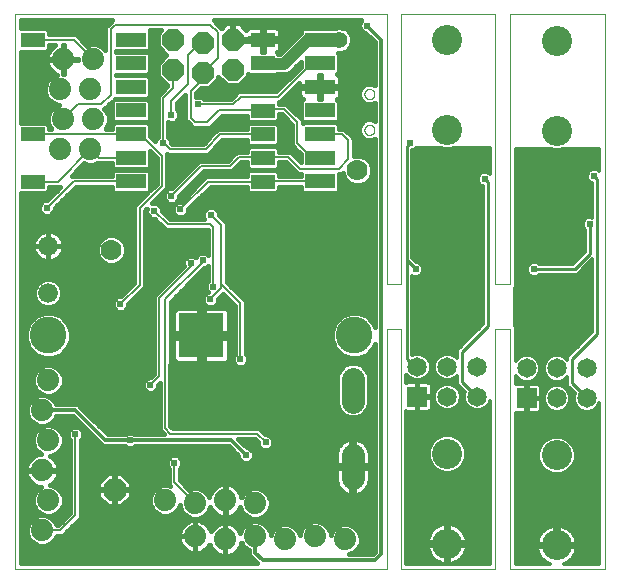
<source format=gbl>
G75*
%MOIN*%
%OFA0B0*%
%FSLAX25Y25*%
%IPPOS*%
%LPD*%
%AMOC8*
5,1,8,0,0,1.08239X$1,22.5*
%
%ADD10C,0.00400*%
%ADD11OC8,0.07600*%
%ADD12C,0.06600*%
%ADD13C,0.07400*%
%ADD14C,0.12205*%
%ADD15R,0.15000X0.15000*%
%ADD16R,0.10000X0.05000*%
%ADD17C,0.05600*%
%ADD18OC8,0.07400*%
%ADD19C,0.00000*%
%ADD20C,0.07677*%
%ADD21R,0.07874X0.05000*%
%ADD22C,0.10050*%
%ADD23R,0.06500X0.06500*%
%ADD24C,0.06500*%
%ADD25C,0.07000*%
%ADD26C,0.01600*%
%ADD27C,0.00800*%
%ADD28C,0.02400*%
%ADD29C,0.01200*%
%ADD30C,0.04000*%
%ADD31C,0.01000*%
D10*
X0022595Y0027513D02*
X0022595Y0212513D01*
X0146595Y0212513D01*
X0146595Y0122513D01*
X0151095Y0122513D01*
X0151095Y0212513D01*
X0182595Y0212513D01*
X0182595Y0122513D01*
X0187595Y0122513D01*
X0187595Y0212513D01*
X0219095Y0212513D01*
X0219095Y0027513D01*
X0187595Y0027513D01*
X0187595Y0107513D01*
X0182595Y0107513D01*
X0182595Y0027513D01*
X0151095Y0027513D01*
X0151095Y0107513D01*
X0146595Y0107513D01*
X0146595Y0027513D01*
X0022595Y0027513D01*
D11*
X0055645Y0054113D03*
D12*
X0033595Y0119639D03*
X0033595Y0135387D03*
D13*
X0037595Y0167513D03*
X0047595Y0167513D03*
X0048595Y0177513D03*
X0047595Y0187513D03*
X0037595Y0187513D03*
X0038595Y0177513D03*
X0038595Y0197513D03*
X0048595Y0197513D03*
X0033595Y0090513D03*
X0031595Y0080513D03*
X0033595Y0070513D03*
X0031595Y0060513D03*
X0033595Y0050513D03*
X0031595Y0040513D03*
X0072595Y0050513D03*
X0082595Y0049513D03*
X0092595Y0050513D03*
X0102595Y0049513D03*
X0102595Y0038513D03*
X0112595Y0037513D03*
X0122595Y0038513D03*
X0132595Y0037513D03*
X0092595Y0037513D03*
X0082595Y0038513D03*
D14*
X0033595Y0105513D03*
X0135595Y0105513D03*
D15*
X0084595Y0105513D03*
D16*
X0061099Y0156891D03*
X0061099Y0164765D03*
X0061099Y0172639D03*
X0061099Y0180513D03*
X0061099Y0188387D03*
X0061099Y0196261D03*
X0061099Y0204135D03*
X0124091Y0204135D03*
X0124091Y0196261D03*
X0124091Y0188387D03*
X0124091Y0180513D03*
X0124091Y0172639D03*
X0124091Y0164765D03*
X0124091Y0156891D03*
D17*
X0130595Y0204013D03*
D18*
X0095095Y0204013D03*
X0095095Y0194013D03*
X0085095Y0193013D03*
X0075095Y0194013D03*
X0075095Y0204013D03*
X0085095Y0203013D03*
D19*
X0138922Y0185989D02*
X0138924Y0186070D01*
X0138930Y0186152D01*
X0138940Y0186233D01*
X0138954Y0186313D01*
X0138971Y0186392D01*
X0138993Y0186471D01*
X0139018Y0186548D01*
X0139047Y0186625D01*
X0139080Y0186699D01*
X0139117Y0186772D01*
X0139156Y0186843D01*
X0139200Y0186912D01*
X0139246Y0186979D01*
X0139296Y0187043D01*
X0139349Y0187105D01*
X0139405Y0187165D01*
X0139463Y0187221D01*
X0139525Y0187275D01*
X0139589Y0187326D01*
X0139655Y0187373D01*
X0139723Y0187417D01*
X0139794Y0187458D01*
X0139866Y0187495D01*
X0139941Y0187529D01*
X0140016Y0187559D01*
X0140094Y0187585D01*
X0140172Y0187608D01*
X0140251Y0187626D01*
X0140331Y0187641D01*
X0140412Y0187652D01*
X0140493Y0187659D01*
X0140575Y0187662D01*
X0140656Y0187661D01*
X0140737Y0187656D01*
X0140818Y0187647D01*
X0140899Y0187634D01*
X0140979Y0187617D01*
X0141057Y0187597D01*
X0141135Y0187572D01*
X0141212Y0187544D01*
X0141287Y0187512D01*
X0141360Y0187477D01*
X0141431Y0187438D01*
X0141501Y0187395D01*
X0141568Y0187350D01*
X0141634Y0187301D01*
X0141696Y0187249D01*
X0141756Y0187193D01*
X0141813Y0187135D01*
X0141868Y0187075D01*
X0141919Y0187011D01*
X0141967Y0186946D01*
X0142012Y0186878D01*
X0142054Y0186808D01*
X0142092Y0186736D01*
X0142127Y0186662D01*
X0142158Y0186587D01*
X0142185Y0186510D01*
X0142208Y0186432D01*
X0142228Y0186353D01*
X0142244Y0186273D01*
X0142256Y0186192D01*
X0142264Y0186111D01*
X0142268Y0186030D01*
X0142268Y0185948D01*
X0142264Y0185867D01*
X0142256Y0185786D01*
X0142244Y0185705D01*
X0142228Y0185625D01*
X0142208Y0185546D01*
X0142185Y0185468D01*
X0142158Y0185391D01*
X0142127Y0185316D01*
X0142092Y0185242D01*
X0142054Y0185170D01*
X0142012Y0185100D01*
X0141967Y0185032D01*
X0141919Y0184967D01*
X0141868Y0184903D01*
X0141813Y0184843D01*
X0141756Y0184785D01*
X0141696Y0184729D01*
X0141634Y0184677D01*
X0141568Y0184628D01*
X0141501Y0184583D01*
X0141432Y0184540D01*
X0141360Y0184501D01*
X0141287Y0184466D01*
X0141212Y0184434D01*
X0141135Y0184406D01*
X0141057Y0184381D01*
X0140979Y0184361D01*
X0140899Y0184344D01*
X0140818Y0184331D01*
X0140737Y0184322D01*
X0140656Y0184317D01*
X0140575Y0184316D01*
X0140493Y0184319D01*
X0140412Y0184326D01*
X0140331Y0184337D01*
X0140251Y0184352D01*
X0140172Y0184370D01*
X0140094Y0184393D01*
X0140016Y0184419D01*
X0139941Y0184449D01*
X0139866Y0184483D01*
X0139794Y0184520D01*
X0139723Y0184561D01*
X0139655Y0184605D01*
X0139589Y0184652D01*
X0139525Y0184703D01*
X0139463Y0184757D01*
X0139405Y0184813D01*
X0139349Y0184873D01*
X0139296Y0184935D01*
X0139246Y0184999D01*
X0139200Y0185066D01*
X0139156Y0185135D01*
X0139117Y0185206D01*
X0139080Y0185279D01*
X0139047Y0185353D01*
X0139018Y0185430D01*
X0138993Y0185507D01*
X0138971Y0185586D01*
X0138954Y0185665D01*
X0138940Y0185745D01*
X0138930Y0185826D01*
X0138924Y0185908D01*
X0138922Y0185989D01*
X0138922Y0174036D02*
X0138924Y0174117D01*
X0138930Y0174199D01*
X0138940Y0174280D01*
X0138954Y0174360D01*
X0138971Y0174439D01*
X0138993Y0174518D01*
X0139018Y0174595D01*
X0139047Y0174672D01*
X0139080Y0174746D01*
X0139117Y0174819D01*
X0139156Y0174890D01*
X0139200Y0174959D01*
X0139246Y0175026D01*
X0139296Y0175090D01*
X0139349Y0175152D01*
X0139405Y0175212D01*
X0139463Y0175268D01*
X0139525Y0175322D01*
X0139589Y0175373D01*
X0139655Y0175420D01*
X0139723Y0175464D01*
X0139794Y0175505D01*
X0139866Y0175542D01*
X0139941Y0175576D01*
X0140016Y0175606D01*
X0140094Y0175632D01*
X0140172Y0175655D01*
X0140251Y0175673D01*
X0140331Y0175688D01*
X0140412Y0175699D01*
X0140493Y0175706D01*
X0140575Y0175709D01*
X0140656Y0175708D01*
X0140737Y0175703D01*
X0140818Y0175694D01*
X0140899Y0175681D01*
X0140979Y0175664D01*
X0141057Y0175644D01*
X0141135Y0175619D01*
X0141212Y0175591D01*
X0141287Y0175559D01*
X0141360Y0175524D01*
X0141431Y0175485D01*
X0141501Y0175442D01*
X0141568Y0175397D01*
X0141634Y0175348D01*
X0141696Y0175296D01*
X0141756Y0175240D01*
X0141813Y0175182D01*
X0141868Y0175122D01*
X0141919Y0175058D01*
X0141967Y0174993D01*
X0142012Y0174925D01*
X0142054Y0174855D01*
X0142092Y0174783D01*
X0142127Y0174709D01*
X0142158Y0174634D01*
X0142185Y0174557D01*
X0142208Y0174479D01*
X0142228Y0174400D01*
X0142244Y0174320D01*
X0142256Y0174239D01*
X0142264Y0174158D01*
X0142268Y0174077D01*
X0142268Y0173995D01*
X0142264Y0173914D01*
X0142256Y0173833D01*
X0142244Y0173752D01*
X0142228Y0173672D01*
X0142208Y0173593D01*
X0142185Y0173515D01*
X0142158Y0173438D01*
X0142127Y0173363D01*
X0142092Y0173289D01*
X0142054Y0173217D01*
X0142012Y0173147D01*
X0141967Y0173079D01*
X0141919Y0173014D01*
X0141868Y0172950D01*
X0141813Y0172890D01*
X0141756Y0172832D01*
X0141696Y0172776D01*
X0141634Y0172724D01*
X0141568Y0172675D01*
X0141501Y0172630D01*
X0141432Y0172587D01*
X0141360Y0172548D01*
X0141287Y0172513D01*
X0141212Y0172481D01*
X0141135Y0172453D01*
X0141057Y0172428D01*
X0140979Y0172408D01*
X0140899Y0172391D01*
X0140818Y0172378D01*
X0140737Y0172369D01*
X0140656Y0172364D01*
X0140575Y0172363D01*
X0140493Y0172366D01*
X0140412Y0172373D01*
X0140331Y0172384D01*
X0140251Y0172399D01*
X0140172Y0172417D01*
X0140094Y0172440D01*
X0140016Y0172466D01*
X0139941Y0172496D01*
X0139866Y0172530D01*
X0139794Y0172567D01*
X0139723Y0172608D01*
X0139655Y0172652D01*
X0139589Y0172699D01*
X0139525Y0172750D01*
X0139463Y0172804D01*
X0139405Y0172860D01*
X0139349Y0172920D01*
X0139296Y0172982D01*
X0139246Y0173046D01*
X0139200Y0173113D01*
X0139156Y0173182D01*
X0139117Y0173253D01*
X0139080Y0173326D01*
X0139047Y0173400D01*
X0139018Y0173477D01*
X0138993Y0173554D01*
X0138971Y0173633D01*
X0138954Y0173712D01*
X0138940Y0173792D01*
X0138930Y0173873D01*
X0138924Y0173955D01*
X0138922Y0174036D01*
D20*
X0135095Y0091147D02*
X0135095Y0083469D01*
X0135095Y0065556D02*
X0135095Y0057879D01*
D21*
X0105091Y0156828D03*
X0105091Y0164702D03*
X0105091Y0172576D03*
X0105091Y0180450D03*
X0105091Y0196198D03*
X0105091Y0204072D03*
X0028320Y0204072D03*
X0028320Y0172576D03*
X0028320Y0156828D03*
D22*
X0166595Y0174013D03*
X0166595Y0204013D03*
X0203095Y0203513D03*
X0203095Y0173513D03*
X0203095Y0065513D03*
X0203095Y0035513D03*
X0166595Y0036013D03*
X0166595Y0066013D03*
D23*
X0156595Y0085013D03*
X0193095Y0084513D03*
D24*
X0193095Y0094513D03*
X0203095Y0094513D03*
X0203095Y0084513D03*
X0213095Y0084513D03*
X0213095Y0094513D03*
X0176595Y0095013D03*
X0166595Y0095013D03*
X0156595Y0095013D03*
X0166595Y0085013D03*
X0176595Y0085013D03*
D25*
X0136595Y0160513D03*
X0054595Y0134013D03*
D26*
X0051463Y0137810D02*
X0038084Y0137810D01*
X0037957Y0138060D02*
X0038322Y0137344D01*
X0038570Y0136581D01*
X0038695Y0135788D01*
X0038695Y0135387D01*
X0033595Y0135387D01*
X0033595Y0140487D01*
X0033194Y0140487D01*
X0032401Y0140361D01*
X0031637Y0140113D01*
X0030922Y0139749D01*
X0030273Y0139277D01*
X0029705Y0138709D01*
X0029233Y0138060D01*
X0028869Y0137344D01*
X0028621Y0136581D01*
X0028495Y0135788D01*
X0028495Y0135387D01*
X0033595Y0135387D01*
X0033595Y0135387D01*
X0033595Y0135387D01*
X0033595Y0140487D01*
X0033997Y0140487D01*
X0034789Y0140361D01*
X0035553Y0140113D01*
X0036268Y0139749D01*
X0036918Y0139277D01*
X0037485Y0138709D01*
X0037957Y0138060D01*
X0036736Y0139409D02*
X0062195Y0139409D01*
X0062195Y0141007D02*
X0024595Y0141007D01*
X0024595Y0139409D02*
X0030454Y0139409D01*
X0029106Y0137810D02*
X0024595Y0137810D01*
X0024595Y0136212D02*
X0028562Y0136212D01*
X0028495Y0135387D02*
X0028495Y0134985D01*
X0028621Y0134193D01*
X0028869Y0133429D01*
X0029233Y0132714D01*
X0029705Y0132064D01*
X0030273Y0131497D01*
X0030922Y0131025D01*
X0031637Y0130660D01*
X0032401Y0130412D01*
X0033194Y0130287D01*
X0033595Y0130287D01*
X0033595Y0135387D01*
X0028495Y0135387D01*
X0028554Y0134613D02*
X0024595Y0134613D01*
X0024595Y0133015D02*
X0029080Y0133015D01*
X0030384Y0131416D02*
X0024595Y0131416D01*
X0024595Y0129817D02*
X0051919Y0129817D01*
X0051820Y0129859D02*
X0053620Y0129113D01*
X0055570Y0129113D01*
X0057371Y0129859D01*
X0058749Y0131237D01*
X0059495Y0133038D01*
X0059495Y0134987D01*
X0058749Y0136788D01*
X0057371Y0138167D01*
X0055570Y0138913D01*
X0053620Y0138913D01*
X0051820Y0138167D01*
X0050441Y0136788D01*
X0049695Y0134987D01*
X0049695Y0133038D01*
X0050441Y0131237D01*
X0051820Y0129859D01*
X0050367Y0131416D02*
X0036806Y0131416D01*
X0036918Y0131497D02*
X0037485Y0132064D01*
X0037957Y0132714D01*
X0038322Y0133429D01*
X0038570Y0134193D01*
X0038695Y0134985D01*
X0038695Y0135387D01*
X0033595Y0135387D01*
X0033595Y0135387D01*
X0033595Y0135387D01*
X0033595Y0130287D01*
X0033997Y0130287D01*
X0034789Y0130412D01*
X0035553Y0130660D01*
X0036268Y0131025D01*
X0036918Y0131497D01*
X0038110Y0133015D02*
X0049705Y0133015D01*
X0049695Y0134613D02*
X0038636Y0134613D01*
X0038628Y0136212D02*
X0050202Y0136212D01*
X0057271Y0129817D02*
X0062195Y0129817D01*
X0062195Y0128219D02*
X0024595Y0128219D01*
X0024595Y0126620D02*
X0062195Y0126620D01*
X0062195Y0125022D02*
X0024595Y0125022D01*
X0024595Y0123423D02*
X0030733Y0123423D01*
X0030933Y0123623D02*
X0029611Y0122301D01*
X0028895Y0120574D01*
X0028895Y0118704D01*
X0029611Y0116976D01*
X0030933Y0115654D01*
X0032660Y0114939D01*
X0034530Y0114939D01*
X0036258Y0115654D01*
X0037580Y0116976D01*
X0038295Y0118704D01*
X0038295Y0120574D01*
X0037580Y0122301D01*
X0036258Y0123623D01*
X0034530Y0124339D01*
X0032660Y0124339D01*
X0030933Y0123623D01*
X0029413Y0121825D02*
X0024595Y0121825D01*
X0024595Y0120226D02*
X0028895Y0120226D01*
X0028927Y0118628D02*
X0024595Y0118628D01*
X0024595Y0117029D02*
X0029589Y0117029D01*
X0031472Y0115431D02*
X0024595Y0115431D01*
X0024595Y0113832D02*
X0056099Y0113832D01*
X0056122Y0113809D02*
X0057078Y0113413D01*
X0058112Y0113413D01*
X0059068Y0113809D01*
X0059799Y0114540D01*
X0060195Y0115496D01*
X0060195Y0116067D01*
X0065795Y0121667D01*
X0065795Y0147167D01*
X0066392Y0147764D01*
X0066295Y0147530D01*
X0066295Y0146496D01*
X0066691Y0145540D01*
X0067422Y0144809D01*
X0068378Y0144413D01*
X0068950Y0144413D01*
X0072650Y0140713D01*
X0086795Y0140713D01*
X0086795Y0132490D01*
X0086568Y0132717D01*
X0085612Y0133113D01*
X0084578Y0133113D01*
X0083622Y0132717D01*
X0082891Y0131986D01*
X0082718Y0131567D01*
X0082568Y0131717D01*
X0081612Y0132113D01*
X0080578Y0132113D01*
X0079622Y0131717D01*
X0078891Y0130986D01*
X0078495Y0130030D01*
X0078495Y0128996D01*
X0078653Y0128616D01*
X0069850Y0119813D01*
X0068795Y0118758D01*
X0068795Y0092758D01*
X0067650Y0091613D01*
X0067078Y0091613D01*
X0066122Y0091217D01*
X0065391Y0090486D01*
X0064995Y0089530D01*
X0064995Y0088496D01*
X0065391Y0087540D01*
X0066122Y0086809D01*
X0067078Y0086413D01*
X0068112Y0086413D01*
X0069068Y0086809D01*
X0069799Y0087540D01*
X0070195Y0088496D01*
X0070195Y0089067D01*
X0070730Y0089602D01*
X0070697Y0075560D01*
X0070695Y0075558D01*
X0070695Y0074817D01*
X0070693Y0074071D01*
X0070695Y0074070D01*
X0070695Y0073867D01*
X0072050Y0072513D01*
X0062472Y0072513D01*
X0062268Y0072717D01*
X0061312Y0073113D01*
X0060278Y0073113D01*
X0059322Y0072717D01*
X0059118Y0072513D01*
X0053424Y0072513D01*
X0044595Y0081341D01*
X0043424Y0082513D01*
X0036287Y0082513D01*
X0035919Y0083402D01*
X0034484Y0084836D01*
X0033092Y0085413D01*
X0034610Y0085413D01*
X0036484Y0086189D01*
X0037919Y0087624D01*
X0038695Y0089498D01*
X0038695Y0091527D01*
X0037919Y0093402D01*
X0036484Y0094836D01*
X0034610Y0095613D01*
X0032581Y0095613D01*
X0030706Y0094836D01*
X0029272Y0093402D01*
X0028495Y0091527D01*
X0028495Y0089498D01*
X0029272Y0087624D01*
X0030706Y0086189D01*
X0032098Y0085613D01*
X0030581Y0085613D01*
X0028706Y0084836D01*
X0027272Y0083402D01*
X0026495Y0081527D01*
X0026495Y0079498D01*
X0027272Y0077624D01*
X0028706Y0076189D01*
X0030581Y0075413D01*
X0032098Y0075413D01*
X0030706Y0074836D01*
X0029272Y0073402D01*
X0028495Y0071527D01*
X0028495Y0069498D01*
X0029272Y0067624D01*
X0030706Y0066189D01*
X0031141Y0066009D01*
X0030307Y0065877D01*
X0029484Y0065610D01*
X0028713Y0065217D01*
X0028012Y0064708D01*
X0027400Y0064096D01*
X0026891Y0063395D01*
X0026498Y0062624D01*
X0026231Y0061801D01*
X0026095Y0060946D01*
X0026095Y0060713D01*
X0031395Y0060713D01*
X0031395Y0060313D01*
X0026095Y0060313D01*
X0026095Y0060080D01*
X0026231Y0059225D01*
X0026498Y0058401D01*
X0026891Y0057630D01*
X0027400Y0056930D01*
X0028012Y0056318D01*
X0028713Y0055809D01*
X0029484Y0055416D01*
X0030307Y0055148D01*
X0031141Y0055016D01*
X0030706Y0054836D01*
X0029272Y0053402D01*
X0028495Y0051527D01*
X0028495Y0049498D01*
X0029272Y0047624D01*
X0030706Y0046189D01*
X0032098Y0045613D01*
X0030581Y0045613D01*
X0028706Y0044836D01*
X0027272Y0043402D01*
X0026495Y0041527D01*
X0026495Y0039498D01*
X0027272Y0037624D01*
X0028706Y0036189D01*
X0030581Y0035413D01*
X0032610Y0035413D01*
X0034484Y0036189D01*
X0035919Y0037624D01*
X0036370Y0038713D01*
X0038341Y0038713D01*
X0039395Y0039767D01*
X0044395Y0044767D01*
X0044395Y0070636D01*
X0044799Y0071040D01*
X0045195Y0071996D01*
X0045195Y0073030D01*
X0044799Y0073986D01*
X0044068Y0074717D01*
X0043112Y0075113D01*
X0042078Y0075113D01*
X0041122Y0074717D01*
X0040391Y0073986D01*
X0039995Y0073030D01*
X0039995Y0071996D01*
X0040391Y0071040D01*
X0040795Y0070636D01*
X0040795Y0046258D01*
X0036850Y0042313D01*
X0036370Y0042313D01*
X0035919Y0043402D01*
X0034484Y0044836D01*
X0033092Y0045413D01*
X0034610Y0045413D01*
X0036484Y0046189D01*
X0037919Y0047624D01*
X0038695Y0049498D01*
X0038695Y0051527D01*
X0037919Y0053402D01*
X0036484Y0054836D01*
X0034610Y0055613D01*
X0034093Y0055613D01*
X0034478Y0055809D01*
X0035178Y0056318D01*
X0035790Y0056930D01*
X0036299Y0057630D01*
X0036692Y0058401D01*
X0036960Y0059225D01*
X0037095Y0060080D01*
X0037095Y0060313D01*
X0031795Y0060313D01*
X0031795Y0060713D01*
X0037095Y0060713D01*
X0037095Y0060946D01*
X0036960Y0061801D01*
X0036692Y0062624D01*
X0036299Y0063395D01*
X0035790Y0064096D01*
X0035178Y0064708D01*
X0034478Y0065217D01*
X0034093Y0065413D01*
X0034610Y0065413D01*
X0036484Y0066189D01*
X0037919Y0067624D01*
X0038695Y0069498D01*
X0038695Y0071527D01*
X0037919Y0073402D01*
X0036484Y0074836D01*
X0034610Y0075613D01*
X0033092Y0075613D01*
X0034484Y0076189D01*
X0035919Y0077624D01*
X0036287Y0078513D01*
X0041767Y0078513D01*
X0051767Y0068513D01*
X0059118Y0068513D01*
X0059322Y0068309D01*
X0060278Y0067913D01*
X0061312Y0067913D01*
X0062268Y0068309D01*
X0062472Y0068513D01*
X0093767Y0068513D01*
X0096895Y0065384D01*
X0096895Y0065096D01*
X0097291Y0064140D01*
X0098022Y0063409D01*
X0098978Y0063013D01*
X0100012Y0063013D01*
X0100968Y0063409D01*
X0101699Y0064140D01*
X0102095Y0065096D01*
X0102095Y0066130D01*
X0101699Y0067086D01*
X0100968Y0067817D01*
X0100012Y0068213D01*
X0099724Y0068213D01*
X0096924Y0071013D01*
X0102350Y0071013D01*
X0103395Y0069967D01*
X0103395Y0069396D01*
X0103791Y0068440D01*
X0104522Y0067709D01*
X0105478Y0067313D01*
X0106512Y0067313D01*
X0107468Y0067709D01*
X0108199Y0068440D01*
X0108595Y0069396D01*
X0108595Y0070430D01*
X0108199Y0071386D01*
X0107468Y0072117D01*
X0106512Y0072513D01*
X0105941Y0072513D01*
X0103841Y0074613D01*
X0075041Y0074613D01*
X0074296Y0075357D01*
X0074393Y0116765D01*
X0085541Y0127913D01*
X0085612Y0127913D01*
X0086568Y0128309D01*
X0086795Y0128536D01*
X0086795Y0123690D01*
X0086391Y0123286D01*
X0085995Y0122330D01*
X0085995Y0121296D01*
X0086391Y0120340D01*
X0086753Y0119978D01*
X0086122Y0119717D01*
X0085391Y0118986D01*
X0084995Y0118030D01*
X0084995Y0116996D01*
X0085391Y0116040D01*
X0086122Y0115309D01*
X0087078Y0114913D01*
X0088112Y0114913D01*
X0089068Y0115309D01*
X0089799Y0116040D01*
X0090195Y0116996D01*
X0090195Y0117567D01*
X0091945Y0119317D01*
X0095795Y0115467D01*
X0095795Y0099390D01*
X0095391Y0098986D01*
X0094995Y0098030D01*
X0094995Y0096996D01*
X0095391Y0096040D01*
X0096122Y0095309D01*
X0097078Y0094913D01*
X0098112Y0094913D01*
X0099068Y0095309D01*
X0099799Y0096040D01*
X0100195Y0096996D01*
X0100195Y0098030D01*
X0099799Y0098986D01*
X0099395Y0099390D01*
X0099395Y0116958D01*
X0093095Y0123258D01*
X0093095Y0143058D01*
X0090395Y0145758D01*
X0090395Y0146330D01*
X0089999Y0147286D01*
X0089268Y0148017D01*
X0088312Y0148413D01*
X0087278Y0148413D01*
X0086322Y0148017D01*
X0085591Y0147286D01*
X0085195Y0146330D01*
X0085195Y0145296D01*
X0085591Y0144340D01*
X0085618Y0144313D01*
X0074141Y0144313D01*
X0071495Y0146958D01*
X0071495Y0147530D01*
X0071099Y0148486D01*
X0070368Y0149217D01*
X0069412Y0149613D01*
X0068378Y0149613D01*
X0068144Y0149516D01*
X0073295Y0154667D01*
X0073295Y0165867D01*
X0073450Y0165713D01*
X0085404Y0165713D01*
X0085444Y0165677D01*
X0086142Y0165713D01*
X0086841Y0165713D01*
X0086879Y0165751D01*
X0086933Y0165754D01*
X0087401Y0166273D01*
X0087895Y0166767D01*
X0087895Y0166821D01*
X0091459Y0170776D01*
X0099754Y0170776D01*
X0099754Y0169496D01*
X0100574Y0168676D01*
X0109608Y0168676D01*
X0110428Y0169496D01*
X0110428Y0175656D01*
X0109608Y0176476D01*
X0100574Y0176476D01*
X0099754Y0175656D01*
X0099754Y0174376D01*
X0091350Y0174376D01*
X0091309Y0174412D01*
X0090611Y0174376D01*
X0089913Y0174376D01*
X0089874Y0174337D01*
X0089820Y0174335D01*
X0089352Y0173815D01*
X0088858Y0173321D01*
X0088858Y0173267D01*
X0085294Y0169313D01*
X0074941Y0169313D01*
X0074395Y0169858D01*
X0074395Y0170330D01*
X0073999Y0171286D01*
X0073595Y0171690D01*
X0073595Y0176613D01*
X0074078Y0176413D01*
X0075112Y0176413D01*
X0076068Y0176809D01*
X0076799Y0177540D01*
X0077195Y0178496D01*
X0077195Y0179530D01*
X0076799Y0180486D01*
X0076395Y0180890D01*
X0076395Y0182867D01*
X0079295Y0185767D01*
X0079295Y0177267D01*
X0080350Y0176213D01*
X0081850Y0174713D01*
X0087341Y0174713D01*
X0088395Y0175767D01*
X0088395Y0175767D01*
X0091341Y0178713D01*
X0099754Y0178713D01*
X0099754Y0177370D01*
X0100574Y0176550D01*
X0109608Y0176550D01*
X0110428Y0177370D01*
X0110428Y0179213D01*
X0111350Y0179213D01*
X0114795Y0175767D01*
X0114795Y0168767D01*
X0115850Y0167713D01*
X0117691Y0165871D01*
X0117691Y0163462D01*
X0115395Y0165758D01*
X0114341Y0166813D01*
X0110428Y0166813D01*
X0110428Y0167782D01*
X0109608Y0168602D01*
X0100574Y0168602D01*
X0099754Y0167782D01*
X0099754Y0166813D01*
X0096350Y0166813D01*
X0095295Y0165758D01*
X0093350Y0163813D01*
X0083850Y0163813D01*
X0082795Y0162758D01*
X0074650Y0154613D01*
X0074078Y0154613D01*
X0073122Y0154217D01*
X0072391Y0153486D01*
X0071995Y0152530D01*
X0071995Y0151496D01*
X0072391Y0150540D01*
X0073122Y0149809D01*
X0074078Y0149413D01*
X0075112Y0149413D01*
X0076068Y0149809D01*
X0076799Y0150540D01*
X0077195Y0151496D01*
X0077195Y0152067D01*
X0085341Y0160213D01*
X0094841Y0160213D01*
X0097841Y0163213D01*
X0099754Y0163213D01*
X0099754Y0161622D01*
X0100574Y0160802D01*
X0109608Y0160802D01*
X0110428Y0161622D01*
X0110428Y0163213D01*
X0112850Y0163213D01*
X0116850Y0159213D01*
X0117691Y0159213D01*
X0117691Y0158691D01*
X0110428Y0158691D01*
X0110428Y0159908D01*
X0109608Y0160728D01*
X0100574Y0160728D01*
X0099754Y0159908D01*
X0099754Y0158628D01*
X0086165Y0158628D01*
X0077650Y0150113D01*
X0077078Y0150113D01*
X0076122Y0149717D01*
X0075391Y0148986D01*
X0074995Y0148030D01*
X0074995Y0146996D01*
X0075391Y0146040D01*
X0076122Y0145309D01*
X0077078Y0144913D01*
X0078112Y0144913D01*
X0079068Y0145309D01*
X0079799Y0146040D01*
X0080195Y0146996D01*
X0080195Y0147567D01*
X0087656Y0155028D01*
X0099754Y0155028D01*
X0099754Y0153748D01*
X0100574Y0152928D01*
X0109608Y0152928D01*
X0110428Y0153748D01*
X0110428Y0155091D01*
X0117691Y0155091D01*
X0117691Y0153811D01*
X0118511Y0152991D01*
X0129671Y0152991D01*
X0130491Y0153811D01*
X0130491Y0159213D01*
X0131091Y0159213D01*
X0131695Y0159817D01*
X0131695Y0159538D01*
X0132441Y0157737D01*
X0133820Y0156359D01*
X0135620Y0155613D01*
X0137570Y0155613D01*
X0139371Y0156359D01*
X0140749Y0157737D01*
X0141495Y0159538D01*
X0141495Y0161487D01*
X0140749Y0163288D01*
X0139371Y0164667D01*
X0137570Y0165413D01*
X0135620Y0165413D01*
X0135395Y0165319D01*
X0135395Y0171258D01*
X0134341Y0172313D01*
X0132215Y0174439D01*
X0130491Y0174439D01*
X0130491Y0175719D01*
X0129671Y0176539D01*
X0118511Y0176539D01*
X0118395Y0176423D01*
X0118395Y0176729D01*
X0118511Y0176613D01*
X0129671Y0176613D01*
X0130491Y0177433D01*
X0130491Y0183593D01*
X0129842Y0184242D01*
X0130196Y0184446D01*
X0130532Y0184782D01*
X0130769Y0185192D01*
X0130891Y0185650D01*
X0130891Y0187937D01*
X0124541Y0187937D01*
X0124541Y0184413D01*
X0123641Y0184413D01*
X0123641Y0187937D01*
X0117291Y0187937D01*
X0117291Y0185650D01*
X0117414Y0185192D01*
X0117651Y0184782D01*
X0117986Y0184446D01*
X0118340Y0184242D01*
X0117691Y0183593D01*
X0117691Y0177962D01*
X0113895Y0181758D01*
X0112841Y0182813D01*
X0110428Y0182813D01*
X0110428Y0183263D01*
X0110891Y0183263D01*
X0111945Y0184317D01*
X0111945Y0184317D01*
X0117291Y0189663D01*
X0117291Y0188837D01*
X0123641Y0188837D01*
X0123641Y0192361D01*
X0124541Y0192361D01*
X0124541Y0188837D01*
X0123641Y0188837D01*
X0123641Y0187937D01*
X0124541Y0187937D01*
X0124541Y0188837D01*
X0130891Y0188837D01*
X0130891Y0191124D01*
X0130769Y0191582D01*
X0130532Y0191992D01*
X0130196Y0192327D01*
X0129842Y0192532D01*
X0130491Y0193181D01*
X0130491Y0199341D01*
X0130019Y0199813D01*
X0131431Y0199813D01*
X0132974Y0200452D01*
X0134156Y0201634D01*
X0134795Y0203177D01*
X0134795Y0204848D01*
X0134156Y0206392D01*
X0132974Y0207573D01*
X0131431Y0208213D01*
X0129760Y0208213D01*
X0129330Y0208035D01*
X0118511Y0208035D01*
X0117691Y0207215D01*
X0117691Y0206417D01*
X0110687Y0199413D01*
X0110293Y0199413D01*
X0109779Y0199927D01*
X0110133Y0200131D01*
X0110469Y0200467D01*
X0110706Y0200877D01*
X0110828Y0201335D01*
X0110828Y0203622D01*
X0105541Y0203622D01*
X0105541Y0200098D01*
X0104641Y0200098D01*
X0104641Y0203622D01*
X0100595Y0203622D01*
X0100595Y0203813D01*
X0095295Y0203813D01*
X0095295Y0204213D01*
X0094895Y0204213D01*
X0094895Y0209513D01*
X0092817Y0209513D01*
X0091229Y0207925D01*
X0090741Y0208413D01*
X0088641Y0210513D01*
X0137918Y0210513D01*
X0137641Y0210236D01*
X0137245Y0209280D01*
X0137245Y0208246D01*
X0137641Y0207290D01*
X0138372Y0206559D01*
X0139328Y0206163D01*
X0139617Y0206163D01*
X0142595Y0203184D01*
X0142595Y0188901D01*
X0142563Y0188934D01*
X0141286Y0189462D01*
X0139904Y0189462D01*
X0138628Y0188934D01*
X0137651Y0187957D01*
X0137122Y0186680D01*
X0137122Y0185298D01*
X0137651Y0184022D01*
X0138628Y0183045D01*
X0139904Y0182516D01*
X0141286Y0182516D01*
X0142563Y0183045D01*
X0142595Y0183077D01*
X0142595Y0176948D01*
X0142563Y0176981D01*
X0141286Y0177510D01*
X0139904Y0177510D01*
X0138628Y0176981D01*
X0137651Y0176004D01*
X0137122Y0174727D01*
X0137122Y0173345D01*
X0137651Y0172069D01*
X0138628Y0171092D01*
X0139904Y0170563D01*
X0141286Y0170563D01*
X0142563Y0171092D01*
X0142595Y0171125D01*
X0142595Y0108218D01*
X0141955Y0109762D01*
X0139845Y0111873D01*
X0137087Y0113015D01*
X0134103Y0113015D01*
X0131345Y0111873D01*
X0129235Y0109762D01*
X0128093Y0107005D01*
X0128093Y0104020D01*
X0129235Y0101263D01*
X0131345Y0099153D01*
X0134103Y0098010D01*
X0137087Y0098010D01*
X0139845Y0099153D01*
X0141955Y0101263D01*
X0142595Y0102808D01*
X0142595Y0033341D01*
X0141767Y0032513D01*
X0133851Y0032513D01*
X0135484Y0033189D01*
X0136919Y0034624D01*
X0137695Y0036498D01*
X0137695Y0038527D01*
X0136919Y0040402D01*
X0135484Y0041836D01*
X0133610Y0042613D01*
X0131581Y0042613D01*
X0129706Y0041836D01*
X0128272Y0040402D01*
X0127695Y0039010D01*
X0127695Y0039527D01*
X0126919Y0041402D01*
X0125484Y0042836D01*
X0123610Y0043613D01*
X0121581Y0043613D01*
X0119706Y0042836D01*
X0118272Y0041402D01*
X0117495Y0039527D01*
X0117495Y0039010D01*
X0116919Y0040402D01*
X0115484Y0041836D01*
X0113610Y0042613D01*
X0111581Y0042613D01*
X0109706Y0041836D01*
X0108272Y0040402D01*
X0107695Y0039010D01*
X0107695Y0039527D01*
X0106919Y0041402D01*
X0105484Y0042836D01*
X0103610Y0043613D01*
X0101581Y0043613D01*
X0099706Y0042836D01*
X0098272Y0041402D01*
X0097606Y0039794D01*
X0097299Y0040395D01*
X0096790Y0041096D01*
X0096178Y0041708D01*
X0095478Y0042217D01*
X0094706Y0042610D01*
X0093883Y0042877D01*
X0093028Y0043013D01*
X0092595Y0043013D01*
X0092162Y0043013D01*
X0091307Y0042877D01*
X0090484Y0042610D01*
X0089713Y0042217D01*
X0089012Y0041708D01*
X0088400Y0041096D01*
X0087891Y0040395D01*
X0087815Y0040246D01*
X0087692Y0040624D01*
X0087299Y0041395D01*
X0086790Y0042096D01*
X0086178Y0042708D01*
X0085478Y0043217D01*
X0084706Y0043610D01*
X0083883Y0043877D01*
X0083028Y0044013D01*
X0082595Y0044013D01*
X0082162Y0044013D01*
X0081307Y0043877D01*
X0080484Y0043610D01*
X0079713Y0043217D01*
X0079012Y0042708D01*
X0078400Y0042096D01*
X0077891Y0041395D01*
X0077498Y0040624D01*
X0077231Y0039801D01*
X0077095Y0038946D01*
X0077095Y0038513D01*
X0082595Y0038513D01*
X0082595Y0044013D01*
X0082595Y0038513D01*
X0082595Y0038513D01*
X0082595Y0038513D01*
X0077095Y0038513D01*
X0077095Y0038080D01*
X0077231Y0037225D01*
X0077498Y0036401D01*
X0077891Y0035630D01*
X0078400Y0034930D01*
X0079012Y0034318D01*
X0079713Y0033809D01*
X0080484Y0033416D01*
X0081307Y0033148D01*
X0082162Y0033013D01*
X0082595Y0033013D01*
X0082595Y0038513D01*
X0082595Y0038513D01*
X0082595Y0033013D01*
X0083028Y0033013D01*
X0083883Y0033148D01*
X0084706Y0033416D01*
X0085478Y0033809D01*
X0086178Y0034318D01*
X0086790Y0034930D01*
X0087299Y0035630D01*
X0087375Y0035780D01*
X0087498Y0035401D01*
X0087891Y0034630D01*
X0088400Y0033930D01*
X0089012Y0033318D01*
X0089713Y0032809D01*
X0090484Y0032416D01*
X0091307Y0032148D01*
X0092162Y0032013D01*
X0092595Y0032013D01*
X0092595Y0037513D01*
X0092595Y0043013D01*
X0092595Y0037513D01*
X0092595Y0037513D01*
X0092595Y0037513D01*
X0092595Y0032013D01*
X0093028Y0032013D01*
X0093883Y0032148D01*
X0094706Y0032416D01*
X0095478Y0032809D01*
X0096178Y0033318D01*
X0096790Y0033930D01*
X0097299Y0034630D01*
X0097692Y0035401D01*
X0097960Y0036225D01*
X0097977Y0036335D01*
X0098272Y0035624D01*
X0099706Y0034189D01*
X0100595Y0033821D01*
X0100595Y0032184D01*
X0101767Y0031013D01*
X0103267Y0029513D01*
X0024595Y0029513D01*
X0024595Y0152928D01*
X0032836Y0152928D01*
X0033657Y0153748D01*
X0033657Y0155028D01*
X0037565Y0155028D01*
X0033150Y0150613D01*
X0032578Y0150613D01*
X0031622Y0150217D01*
X0030891Y0149486D01*
X0030495Y0148530D01*
X0030495Y0147496D01*
X0030891Y0146540D01*
X0031622Y0145809D01*
X0032578Y0145413D01*
X0033612Y0145413D01*
X0034568Y0145809D01*
X0035299Y0146540D01*
X0035695Y0147496D01*
X0035695Y0148067D01*
X0042719Y0155091D01*
X0054699Y0155091D01*
X0054699Y0153811D01*
X0055519Y0152991D01*
X0066528Y0152991D01*
X0063250Y0149713D01*
X0062195Y0148658D01*
X0062195Y0123158D01*
X0057650Y0118613D01*
X0057078Y0118613D01*
X0056122Y0118217D01*
X0055391Y0117486D01*
X0054995Y0116530D01*
X0054995Y0115496D01*
X0055391Y0114540D01*
X0056122Y0113809D01*
X0055022Y0115431D02*
X0035718Y0115431D01*
X0037602Y0117029D02*
X0055202Y0117029D01*
X0057665Y0118628D02*
X0038264Y0118628D01*
X0038295Y0120226D02*
X0059263Y0120226D01*
X0060862Y0121825D02*
X0037777Y0121825D01*
X0036457Y0123423D02*
X0062195Y0123423D01*
X0065795Y0123423D02*
X0073460Y0123423D01*
X0071862Y0121825D02*
X0065795Y0121825D01*
X0064354Y0120226D02*
X0070263Y0120226D01*
X0068795Y0118628D02*
X0062756Y0118628D01*
X0061157Y0117029D02*
X0068795Y0117029D01*
X0068795Y0115431D02*
X0060168Y0115431D01*
X0059092Y0113832D02*
X0068795Y0113832D01*
X0068795Y0112234D02*
X0036974Y0112234D01*
X0037845Y0111873D02*
X0035087Y0113015D01*
X0032103Y0113015D01*
X0029345Y0111873D01*
X0027235Y0109762D01*
X0026093Y0107005D01*
X0026093Y0104020D01*
X0027235Y0101263D01*
X0029345Y0099153D01*
X0032103Y0098010D01*
X0035087Y0098010D01*
X0037845Y0099153D01*
X0039955Y0101263D01*
X0041098Y0104020D01*
X0041098Y0107005D01*
X0039955Y0109762D01*
X0037845Y0111873D01*
X0039083Y0110635D02*
X0068795Y0110635D01*
X0068795Y0109037D02*
X0040256Y0109037D01*
X0040918Y0107438D02*
X0068795Y0107438D01*
X0068795Y0105840D02*
X0041098Y0105840D01*
X0041098Y0104241D02*
X0068795Y0104241D01*
X0068795Y0102643D02*
X0040527Y0102643D01*
X0039737Y0101044D02*
X0068795Y0101044D01*
X0068795Y0099446D02*
X0038138Y0099446D01*
X0036670Y0094650D02*
X0068795Y0094650D01*
X0068795Y0093052D02*
X0038064Y0093052D01*
X0038695Y0091453D02*
X0066693Y0091453D01*
X0065130Y0089855D02*
X0038695Y0089855D01*
X0038181Y0088256D02*
X0065094Y0088256D01*
X0066487Y0086658D02*
X0036953Y0086658D01*
X0033946Y0085059D02*
X0070719Y0085059D01*
X0070715Y0083461D02*
X0035860Y0083461D01*
X0035362Y0077067D02*
X0043213Y0077067D01*
X0044811Y0075468D02*
X0034959Y0075468D01*
X0037451Y0073870D02*
X0040343Y0073870D01*
X0039995Y0072271D02*
X0038387Y0072271D01*
X0038695Y0070673D02*
X0040758Y0070673D01*
X0040795Y0069074D02*
X0038519Y0069074D01*
X0037770Y0067476D02*
X0040795Y0067476D01*
X0040795Y0065877D02*
X0035730Y0065877D01*
X0035608Y0064279D02*
X0040795Y0064279D01*
X0040795Y0062680D02*
X0036664Y0062680D01*
X0037074Y0061081D02*
X0040795Y0061081D01*
X0040795Y0059483D02*
X0037001Y0059483D01*
X0036429Y0057884D02*
X0040795Y0057884D01*
X0040795Y0056286D02*
X0035135Y0056286D01*
X0036633Y0054687D02*
X0040795Y0054687D01*
X0040795Y0053089D02*
X0038048Y0053089D01*
X0038695Y0051490D02*
X0040795Y0051490D01*
X0040795Y0049892D02*
X0038695Y0049892D01*
X0038196Y0048293D02*
X0040795Y0048293D01*
X0040795Y0046695D02*
X0036990Y0046695D01*
X0039633Y0045096D02*
X0033856Y0045096D01*
X0035823Y0043498D02*
X0038035Y0043498D01*
X0041527Y0041899D02*
X0078257Y0041899D01*
X0077393Y0040301D02*
X0039929Y0040301D01*
X0036365Y0038702D02*
X0077095Y0038702D01*
X0077270Y0037104D02*
X0035399Y0037104D01*
X0032833Y0035505D02*
X0077982Y0035505D01*
X0079578Y0033907D02*
X0024595Y0033907D01*
X0024595Y0035505D02*
X0030357Y0035505D01*
X0027792Y0037104D02*
X0024595Y0037104D01*
X0024595Y0038702D02*
X0026825Y0038702D01*
X0026495Y0040301D02*
X0024595Y0040301D01*
X0024595Y0041899D02*
X0026649Y0041899D01*
X0027368Y0043498D02*
X0024595Y0043498D01*
X0024595Y0045096D02*
X0029334Y0045096D01*
X0030201Y0046695D02*
X0024595Y0046695D01*
X0024595Y0048293D02*
X0028994Y0048293D01*
X0028495Y0049892D02*
X0024595Y0049892D01*
X0024595Y0051490D02*
X0028495Y0051490D01*
X0029142Y0053089D02*
X0024595Y0053089D01*
X0024595Y0054687D02*
X0030557Y0054687D01*
X0028056Y0056286D02*
X0024595Y0056286D01*
X0024595Y0057884D02*
X0026762Y0057884D01*
X0026190Y0059483D02*
X0024595Y0059483D01*
X0024595Y0061081D02*
X0026117Y0061081D01*
X0026527Y0062680D02*
X0024595Y0062680D01*
X0024595Y0064279D02*
X0027583Y0064279D01*
X0030306Y0065877D02*
X0024595Y0065877D01*
X0024595Y0067476D02*
X0029420Y0067476D01*
X0028671Y0069074D02*
X0024595Y0069074D01*
X0024595Y0070673D02*
X0028495Y0070673D01*
X0028803Y0072271D02*
X0024595Y0072271D01*
X0024595Y0073870D02*
X0029740Y0073870D01*
X0030447Y0075468D02*
X0024595Y0075468D01*
X0024595Y0077067D02*
X0027829Y0077067D01*
X0026840Y0078665D02*
X0024595Y0078665D01*
X0024595Y0080264D02*
X0026495Y0080264D01*
X0026634Y0081862D02*
X0024595Y0081862D01*
X0024595Y0083461D02*
X0027331Y0083461D01*
X0029244Y0085059D02*
X0024595Y0085059D01*
X0024595Y0086658D02*
X0030238Y0086658D01*
X0029010Y0088256D02*
X0024595Y0088256D01*
X0024595Y0089855D02*
X0028495Y0089855D01*
X0028495Y0091453D02*
X0024595Y0091453D01*
X0024595Y0093052D02*
X0029127Y0093052D01*
X0030520Y0094650D02*
X0024595Y0094650D01*
X0024595Y0096249D02*
X0068795Y0096249D01*
X0068795Y0097847D02*
X0024595Y0097847D01*
X0024595Y0099446D02*
X0029052Y0099446D01*
X0027454Y0101044D02*
X0024595Y0101044D01*
X0024595Y0102643D02*
X0026663Y0102643D01*
X0026093Y0104241D02*
X0024595Y0104241D01*
X0024595Y0105840D02*
X0026093Y0105840D01*
X0026272Y0107438D02*
X0024595Y0107438D01*
X0024595Y0109037D02*
X0026934Y0109037D01*
X0028108Y0110635D02*
X0024595Y0110635D01*
X0024595Y0112234D02*
X0030217Y0112234D01*
X0033595Y0131416D02*
X0033595Y0131416D01*
X0033595Y0133015D02*
X0033595Y0133015D01*
X0033595Y0134613D02*
X0033595Y0134613D01*
X0033595Y0136212D02*
X0033595Y0136212D01*
X0033595Y0137810D02*
X0033595Y0137810D01*
X0033595Y0139409D02*
X0033595Y0139409D01*
X0034553Y0145803D02*
X0062195Y0145803D01*
X0062195Y0147401D02*
X0035656Y0147401D01*
X0036628Y0149000D02*
X0062536Y0149000D01*
X0064135Y0150598D02*
X0038226Y0150598D01*
X0039825Y0152197D02*
X0065733Y0152197D01*
X0067499Y0153962D02*
X0067499Y0159971D01*
X0066679Y0160791D01*
X0055519Y0160791D01*
X0054699Y0159971D01*
X0054699Y0158691D01*
X0041319Y0158691D01*
X0045492Y0162864D01*
X0046581Y0162413D01*
X0048610Y0162413D01*
X0049942Y0162965D01*
X0054699Y0162965D01*
X0054699Y0161685D01*
X0055519Y0160865D01*
X0066679Y0160865D01*
X0067499Y0161685D01*
X0067499Y0166863D01*
X0069695Y0164667D01*
X0069695Y0156158D01*
X0067499Y0153962D01*
X0067499Y0155394D02*
X0068931Y0155394D01*
X0069695Y0156992D02*
X0067499Y0156992D01*
X0067499Y0158591D02*
X0069695Y0158591D01*
X0069695Y0160189D02*
X0067281Y0160189D01*
X0067499Y0161788D02*
X0069695Y0161788D01*
X0069695Y0163386D02*
X0067499Y0163386D01*
X0067499Y0164985D02*
X0069378Y0164985D01*
X0067779Y0166583D02*
X0067499Y0166583D01*
X0069195Y0170258D02*
X0067499Y0171954D01*
X0067499Y0175719D01*
X0066679Y0176539D01*
X0055519Y0176539D01*
X0054699Y0175719D01*
X0054699Y0174439D01*
X0052734Y0174439D01*
X0052919Y0174624D01*
X0053695Y0176498D01*
X0053695Y0178527D01*
X0052919Y0180402D01*
X0052274Y0181046D01*
X0052995Y0181767D01*
X0052995Y0181767D01*
X0054699Y0183471D01*
X0054699Y0177433D01*
X0055519Y0176613D01*
X0066679Y0176613D01*
X0067499Y0177433D01*
X0067499Y0183593D01*
X0066679Y0184413D01*
X0055641Y0184413D01*
X0055715Y0184487D01*
X0066679Y0184487D01*
X0067499Y0185307D01*
X0067499Y0191467D01*
X0066679Y0192287D01*
X0056195Y0192287D01*
X0056195Y0192361D01*
X0066679Y0192361D01*
X0067499Y0193181D01*
X0067499Y0199341D01*
X0066679Y0200161D01*
X0056195Y0200161D01*
X0056195Y0200235D01*
X0066679Y0200235D01*
X0067499Y0201055D01*
X0067499Y0207213D01*
X0071083Y0207213D01*
X0069995Y0206125D01*
X0069995Y0201900D01*
X0072883Y0199013D01*
X0069995Y0196125D01*
X0069995Y0191900D01*
X0072983Y0188913D01*
X0073295Y0188913D01*
X0073295Y0188658D01*
X0071050Y0186413D01*
X0069995Y0185358D01*
X0069995Y0171690D01*
X0069591Y0171286D01*
X0069195Y0170330D01*
X0069195Y0170258D01*
X0069684Y0171379D02*
X0068075Y0171379D01*
X0067499Y0172977D02*
X0069995Y0172977D01*
X0069995Y0174576D02*
X0067499Y0174576D01*
X0067043Y0176174D02*
X0069995Y0176174D01*
X0069995Y0177773D02*
X0067499Y0177773D01*
X0067499Y0179371D02*
X0069995Y0179371D01*
X0069995Y0180970D02*
X0067499Y0180970D01*
X0067499Y0182568D02*
X0069995Y0182568D01*
X0069995Y0184167D02*
X0066925Y0184167D01*
X0067499Y0185765D02*
X0070402Y0185765D01*
X0072001Y0187364D02*
X0067499Y0187364D01*
X0067499Y0188962D02*
X0072933Y0188962D01*
X0071335Y0190561D02*
X0067499Y0190561D01*
X0066806Y0192159D02*
X0069995Y0192159D01*
X0069995Y0193758D02*
X0067499Y0193758D01*
X0067499Y0195356D02*
X0069995Y0195356D01*
X0070825Y0196955D02*
X0067499Y0196955D01*
X0067499Y0198553D02*
X0072423Y0198553D01*
X0071743Y0200152D02*
X0066688Y0200152D01*
X0067499Y0201750D02*
X0070145Y0201750D01*
X0069995Y0203349D02*
X0067499Y0203349D01*
X0067499Y0204948D02*
X0069995Y0204948D01*
X0070416Y0206546D02*
X0067499Y0206546D01*
X0054850Y0210513D02*
X0054095Y0209758D01*
X0053650Y0209313D01*
X0052595Y0208258D01*
X0052595Y0200725D01*
X0051484Y0201836D01*
X0049610Y0202613D01*
X0047581Y0202613D01*
X0046492Y0202162D01*
X0042782Y0205872D01*
X0033657Y0205872D01*
X0033657Y0207152D01*
X0032836Y0207972D01*
X0024595Y0207972D01*
X0024595Y0210513D01*
X0054850Y0210513D01*
X0054095Y0209758D02*
X0054095Y0209758D01*
X0054080Y0209743D02*
X0024595Y0209743D01*
X0024595Y0208145D02*
X0052595Y0208145D01*
X0052595Y0206546D02*
X0033657Y0206546D01*
X0033657Y0202272D02*
X0035821Y0202272D01*
X0035713Y0202217D01*
X0035012Y0201708D01*
X0034400Y0201096D01*
X0033891Y0200395D01*
X0033498Y0199624D01*
X0033231Y0198801D01*
X0033095Y0197946D01*
X0033095Y0197713D01*
X0038395Y0197713D01*
X0038395Y0202272D01*
X0038795Y0202272D01*
X0038795Y0197713D01*
X0038395Y0197713D01*
X0038395Y0197313D01*
X0033095Y0197313D01*
X0033095Y0197080D01*
X0033231Y0196225D01*
X0033498Y0195401D01*
X0033891Y0194630D01*
X0034400Y0193930D01*
X0035012Y0193318D01*
X0035713Y0192809D01*
X0036314Y0192502D01*
X0034706Y0191836D01*
X0033272Y0190402D01*
X0032495Y0188527D01*
X0032495Y0186498D01*
X0033272Y0184624D01*
X0034706Y0183189D01*
X0036581Y0182413D01*
X0037098Y0182413D01*
X0035706Y0181836D01*
X0034272Y0180402D01*
X0033495Y0178527D01*
X0033495Y0176498D01*
X0034272Y0174624D01*
X0034457Y0174439D01*
X0033657Y0174439D01*
X0033657Y0175656D01*
X0032836Y0176476D01*
X0024595Y0176476D01*
X0024595Y0200172D01*
X0032836Y0200172D01*
X0033657Y0200992D01*
X0033657Y0202272D01*
X0033657Y0201750D02*
X0035071Y0201750D01*
X0033767Y0200152D02*
X0024595Y0200152D01*
X0024595Y0198553D02*
X0033191Y0198553D01*
X0033115Y0196955D02*
X0024595Y0196955D01*
X0024595Y0195356D02*
X0033521Y0195356D01*
X0034572Y0193758D02*
X0024595Y0193758D01*
X0024595Y0192159D02*
X0035486Y0192159D01*
X0033431Y0190561D02*
X0024595Y0190561D01*
X0024595Y0188962D02*
X0032675Y0188962D01*
X0032495Y0187364D02*
X0024595Y0187364D01*
X0024595Y0185765D02*
X0032799Y0185765D01*
X0033729Y0184167D02*
X0024595Y0184167D01*
X0024595Y0182568D02*
X0036205Y0182568D01*
X0034840Y0180970D02*
X0024595Y0180970D01*
X0024595Y0179371D02*
X0033845Y0179371D01*
X0033495Y0177773D02*
X0024595Y0177773D01*
X0033138Y0176174D02*
X0033629Y0176174D01*
X0033657Y0174576D02*
X0034320Y0174576D01*
X0044416Y0161788D02*
X0054699Y0161788D01*
X0054918Y0160189D02*
X0042817Y0160189D01*
X0041423Y0153795D02*
X0054715Y0153795D01*
X0062195Y0144204D02*
X0024595Y0144204D01*
X0024595Y0142606D02*
X0062195Y0142606D01*
X0065795Y0142606D02*
X0070757Y0142606D01*
X0069158Y0144204D02*
X0065795Y0144204D01*
X0065795Y0145803D02*
X0066582Y0145803D01*
X0066295Y0147401D02*
X0066029Y0147401D01*
X0069226Y0150598D02*
X0072367Y0150598D01*
X0071995Y0152197D02*
X0070825Y0152197D01*
X0072423Y0153795D02*
X0072701Y0153795D01*
X0073295Y0155394D02*
X0075431Y0155394D01*
X0077029Y0156992D02*
X0073295Y0156992D01*
X0073295Y0158591D02*
X0078628Y0158591D01*
X0080226Y0160189D02*
X0073295Y0160189D01*
X0073295Y0161788D02*
X0081825Y0161788D01*
X0083423Y0163386D02*
X0073295Y0163386D01*
X0073295Y0164985D02*
X0094522Y0164985D01*
X0096120Y0166583D02*
X0087711Y0166583D01*
X0089121Y0168182D02*
X0100154Y0168182D01*
X0099754Y0169780D02*
X0090562Y0169780D01*
X0088597Y0172977D02*
X0073595Y0172977D01*
X0073595Y0174576D02*
X0099754Y0174576D01*
X0100273Y0176174D02*
X0088802Y0176174D01*
X0090401Y0177773D02*
X0099754Y0177773D01*
X0094350Y0184313D02*
X0085472Y0184313D01*
X0085018Y0184767D01*
X0084062Y0185163D01*
X0083028Y0185163D01*
X0082895Y0185108D01*
X0082895Y0186267D01*
X0084541Y0187913D01*
X0087208Y0187913D01*
X0090195Y0190900D01*
X0090195Y0191700D01*
X0092983Y0188913D01*
X0097208Y0188913D01*
X0100195Y0191900D01*
X0100195Y0192677D01*
X0100574Y0192298D01*
X0109608Y0192298D01*
X0109923Y0192613D01*
X0112771Y0192613D01*
X0114021Y0193130D01*
X0114978Y0194087D01*
X0117691Y0196801D01*
X0117691Y0195154D01*
X0109400Y0186863D01*
X0096900Y0186863D01*
X0094350Y0184313D01*
X0095802Y0185765D02*
X0082895Y0185765D01*
X0083992Y0187364D02*
X0109901Y0187364D01*
X0111499Y0188962D02*
X0097257Y0188962D01*
X0098856Y0190561D02*
X0113098Y0190561D01*
X0114696Y0192159D02*
X0100195Y0192159D01*
X0092933Y0188962D02*
X0088257Y0188962D01*
X0089856Y0190561D02*
X0091335Y0190561D01*
X0079295Y0185765D02*
X0079293Y0185765D01*
X0079295Y0184167D02*
X0077695Y0184167D01*
X0076395Y0182568D02*
X0079295Y0182568D01*
X0079295Y0180970D02*
X0076395Y0180970D01*
X0077195Y0179371D02*
X0079295Y0179371D01*
X0079295Y0177773D02*
X0076896Y0177773D01*
X0073595Y0176174D02*
X0080388Y0176174D01*
X0073906Y0171379D02*
X0087156Y0171379D01*
X0085716Y0169780D02*
X0074473Y0169780D01*
X0085317Y0160189D02*
X0100036Y0160189D01*
X0099754Y0161788D02*
X0096416Y0161788D01*
X0099754Y0153795D02*
X0086423Y0153795D01*
X0084825Y0152197D02*
X0142595Y0152197D01*
X0142595Y0153795D02*
X0130476Y0153795D01*
X0130491Y0155394D02*
X0142595Y0155394D01*
X0142595Y0156992D02*
X0140004Y0156992D01*
X0141103Y0158591D02*
X0142595Y0158591D01*
X0142595Y0160189D02*
X0141495Y0160189D01*
X0141371Y0161788D02*
X0142595Y0161788D01*
X0142595Y0163386D02*
X0140651Y0163386D01*
X0142595Y0164985D02*
X0138603Y0164985D01*
X0135395Y0166583D02*
X0142595Y0166583D01*
X0142595Y0168182D02*
X0135395Y0168182D01*
X0135395Y0169780D02*
X0142595Y0169780D01*
X0138341Y0171379D02*
X0135275Y0171379D01*
X0133676Y0172977D02*
X0137274Y0172977D01*
X0137122Y0174576D02*
X0130491Y0174576D01*
X0130036Y0176174D02*
X0137821Y0176174D01*
X0142595Y0177773D02*
X0130491Y0177773D01*
X0130491Y0179371D02*
X0142595Y0179371D01*
X0142595Y0180970D02*
X0130491Y0180970D01*
X0130491Y0182568D02*
X0139778Y0182568D01*
X0141413Y0182568D02*
X0142595Y0182568D01*
X0137591Y0184167D02*
X0129917Y0184167D01*
X0130891Y0185765D02*
X0137122Y0185765D01*
X0137405Y0187364D02*
X0130891Y0187364D01*
X0130891Y0188962D02*
X0138697Y0188962D01*
X0142493Y0188962D02*
X0142595Y0188962D01*
X0142595Y0190561D02*
X0130891Y0190561D01*
X0130364Y0192159D02*
X0142595Y0192159D01*
X0142595Y0193758D02*
X0130491Y0193758D01*
X0130491Y0195356D02*
X0142595Y0195356D01*
X0142595Y0196955D02*
X0130491Y0196955D01*
X0130491Y0198553D02*
X0142595Y0198553D01*
X0142595Y0200152D02*
X0132250Y0200152D01*
X0134204Y0201750D02*
X0142595Y0201750D01*
X0142430Y0203349D02*
X0134795Y0203349D01*
X0134754Y0204948D02*
X0140832Y0204948D01*
X0138403Y0206546D02*
X0134002Y0206546D01*
X0131595Y0208145D02*
X0137287Y0208145D01*
X0137437Y0209743D02*
X0089410Y0209743D01*
X0091009Y0208145D02*
X0091449Y0208145D01*
X0094895Y0208145D02*
X0095295Y0208145D01*
X0095295Y0209513D02*
X0095295Y0204213D01*
X0100595Y0204213D01*
X0100595Y0204522D01*
X0104641Y0204522D01*
X0104641Y0203622D01*
X0105541Y0203622D01*
X0105541Y0204522D01*
X0104641Y0204522D01*
X0104641Y0208372D01*
X0100917Y0208372D01*
X0100459Y0208249D01*
X0100049Y0208012D01*
X0099714Y0207677D01*
X0099529Y0207357D01*
X0097373Y0209513D01*
X0095295Y0209513D01*
X0098742Y0208145D02*
X0100278Y0208145D01*
X0104641Y0208145D02*
X0105541Y0208145D01*
X0105541Y0208372D02*
X0105541Y0204522D01*
X0110828Y0204522D01*
X0110828Y0206809D01*
X0110706Y0207267D01*
X0110469Y0207677D01*
X0110133Y0208012D01*
X0109723Y0208249D01*
X0109265Y0208372D01*
X0105541Y0208372D01*
X0105541Y0206546D02*
X0104641Y0206546D01*
X0104641Y0204948D02*
X0105541Y0204948D01*
X0105541Y0203349D02*
X0104641Y0203349D01*
X0104641Y0201750D02*
X0105541Y0201750D01*
X0105541Y0200152D02*
X0104641Y0200152D01*
X0110154Y0200152D02*
X0111426Y0200152D01*
X0110828Y0201750D02*
X0113025Y0201750D01*
X0114623Y0203349D02*
X0110828Y0203349D01*
X0110828Y0204948D02*
X0116222Y0204948D01*
X0117691Y0206546D02*
X0110828Y0206546D01*
X0109904Y0208145D02*
X0129595Y0208145D01*
X0117691Y0195356D02*
X0116247Y0195356D01*
X0116295Y0193758D02*
X0114649Y0193758D01*
X0116590Y0188962D02*
X0117291Y0188962D01*
X0117291Y0187364D02*
X0114992Y0187364D01*
X0113393Y0185765D02*
X0117291Y0185765D01*
X0118265Y0184167D02*
X0111795Y0184167D01*
X0113085Y0182568D02*
X0117691Y0182568D01*
X0117691Y0180970D02*
X0114684Y0180970D01*
X0116282Y0179371D02*
X0117691Y0179371D01*
X0114388Y0176174D02*
X0109910Y0176174D01*
X0110428Y0174576D02*
X0114795Y0174576D01*
X0114795Y0172977D02*
X0110428Y0172977D01*
X0110428Y0171379D02*
X0114795Y0171379D01*
X0114795Y0169780D02*
X0110428Y0169780D01*
X0110028Y0168182D02*
X0115381Y0168182D01*
X0114570Y0166583D02*
X0116979Y0166583D01*
X0117691Y0164985D02*
X0116169Y0164985D01*
X0114275Y0161788D02*
X0110428Y0161788D01*
X0110147Y0160189D02*
X0115873Y0160189D01*
X0117707Y0153795D02*
X0110428Y0153795D01*
X0093095Y0142606D02*
X0142595Y0142606D01*
X0142595Y0144204D02*
X0091949Y0144204D01*
X0090395Y0145803D02*
X0142595Y0145803D01*
X0142595Y0147401D02*
X0089884Y0147401D01*
X0085707Y0147401D02*
X0080195Y0147401D01*
X0079562Y0145803D02*
X0085195Y0145803D01*
X0081628Y0149000D02*
X0142595Y0149000D01*
X0142595Y0150598D02*
X0083226Y0150598D01*
X0079733Y0152197D02*
X0077325Y0152197D01*
X0076823Y0150598D02*
X0078135Y0150598D01*
X0075405Y0149000D02*
X0070585Y0149000D01*
X0071495Y0147401D02*
X0074995Y0147401D01*
X0075628Y0145803D02*
X0072651Y0145803D01*
X0072355Y0141007D02*
X0065795Y0141007D01*
X0065795Y0139409D02*
X0086795Y0139409D01*
X0086795Y0137810D02*
X0065795Y0137810D01*
X0065795Y0136212D02*
X0086795Y0136212D01*
X0086795Y0134613D02*
X0065795Y0134613D01*
X0065795Y0133015D02*
X0084341Y0133015D01*
X0085850Y0133015D02*
X0086795Y0133015D01*
X0086795Y0128219D02*
X0086352Y0128219D01*
X0086795Y0126620D02*
X0084248Y0126620D01*
X0082650Y0125022D02*
X0086795Y0125022D01*
X0086529Y0123423D02*
X0081051Y0123423D01*
X0079453Y0121825D02*
X0085995Y0121825D01*
X0086505Y0120226D02*
X0077854Y0120226D01*
X0076256Y0118628D02*
X0085243Y0118628D01*
X0084995Y0117029D02*
X0074657Y0117029D01*
X0074390Y0115431D02*
X0086000Y0115431D01*
X0085395Y0114813D02*
X0085395Y0106313D01*
X0083795Y0106313D01*
X0083795Y0114813D01*
X0076858Y0114813D01*
X0076400Y0114690D01*
X0075990Y0114453D01*
X0075655Y0114118D01*
X0075418Y0113708D01*
X0075295Y0113250D01*
X0075295Y0106313D01*
X0083795Y0106313D01*
X0083795Y0104713D01*
X0075295Y0104713D01*
X0075295Y0097776D01*
X0075418Y0097318D01*
X0075655Y0096908D01*
X0075990Y0096572D01*
X0076400Y0096335D01*
X0076858Y0096213D01*
X0083795Y0096213D01*
X0083795Y0104713D01*
X0085395Y0104713D01*
X0085395Y0106313D01*
X0093895Y0106313D01*
X0093895Y0113250D01*
X0093773Y0113708D01*
X0093536Y0114118D01*
X0093200Y0114453D01*
X0092790Y0114690D01*
X0092332Y0114813D01*
X0085395Y0114813D01*
X0085395Y0113832D02*
X0083795Y0113832D01*
X0083795Y0112234D02*
X0085395Y0112234D01*
X0085395Y0110635D02*
X0083795Y0110635D01*
X0083795Y0109037D02*
X0085395Y0109037D01*
X0085395Y0107438D02*
X0083795Y0107438D01*
X0083795Y0105840D02*
X0074368Y0105840D01*
X0074372Y0107438D02*
X0075295Y0107438D01*
X0075295Y0109037D02*
X0074375Y0109037D01*
X0074379Y0110635D02*
X0075295Y0110635D01*
X0075295Y0112234D02*
X0074383Y0112234D01*
X0074387Y0113832D02*
X0075490Y0113832D01*
X0075295Y0104241D02*
X0074364Y0104241D01*
X0074360Y0102643D02*
X0075295Y0102643D01*
X0075295Y0101044D02*
X0074357Y0101044D01*
X0074353Y0099446D02*
X0075295Y0099446D01*
X0075295Y0097847D02*
X0074349Y0097847D01*
X0074345Y0096249D02*
X0076724Y0096249D01*
X0074342Y0094650D02*
X0131190Y0094650D01*
X0130654Y0094114D02*
X0129857Y0092189D01*
X0129857Y0082427D01*
X0130654Y0080502D01*
X0132128Y0079028D01*
X0134053Y0078231D01*
X0136137Y0078231D01*
X0138063Y0079028D01*
X0139536Y0080502D01*
X0140334Y0082427D01*
X0140334Y0092189D01*
X0139536Y0094114D01*
X0138063Y0095588D01*
X0136137Y0096385D01*
X0134053Y0096385D01*
X0132128Y0095588D01*
X0130654Y0094114D01*
X0130214Y0093052D02*
X0074338Y0093052D01*
X0074334Y0091453D02*
X0129857Y0091453D01*
X0129857Y0089855D02*
X0074330Y0089855D01*
X0074327Y0088256D02*
X0129857Y0088256D01*
X0129857Y0086658D02*
X0074323Y0086658D01*
X0074319Y0085059D02*
X0129857Y0085059D01*
X0129857Y0083461D02*
X0074315Y0083461D01*
X0074312Y0081862D02*
X0130091Y0081862D01*
X0130893Y0080264D02*
X0074308Y0080264D01*
X0074304Y0078665D02*
X0133005Y0078665D01*
X0137186Y0078665D02*
X0142595Y0078665D01*
X0142595Y0077067D02*
X0074300Y0077067D01*
X0074297Y0075468D02*
X0142595Y0075468D01*
X0142595Y0073870D02*
X0104584Y0073870D01*
X0107096Y0072271D02*
X0142595Y0072271D01*
X0142595Y0070673D02*
X0137473Y0070673D01*
X0137260Y0070782D02*
X0136416Y0071056D01*
X0135575Y0071189D01*
X0135575Y0062197D01*
X0140734Y0062197D01*
X0140734Y0066000D01*
X0140595Y0066876D01*
X0140321Y0067721D01*
X0139918Y0068511D01*
X0139396Y0069229D01*
X0138768Y0069857D01*
X0138050Y0070379D01*
X0137260Y0070782D01*
X0135575Y0070673D02*
X0134616Y0070673D01*
X0134616Y0071189D02*
X0133775Y0071056D01*
X0132931Y0070782D01*
X0132140Y0070379D01*
X0131422Y0069857D01*
X0130794Y0069229D01*
X0130273Y0068511D01*
X0129870Y0067721D01*
X0129595Y0066876D01*
X0129457Y0066000D01*
X0129457Y0062197D01*
X0134616Y0062197D01*
X0134616Y0071189D01*
X0132717Y0070673D02*
X0108495Y0070673D01*
X0108462Y0069074D02*
X0130681Y0069074D01*
X0129790Y0067476D02*
X0106905Y0067476D01*
X0105085Y0067476D02*
X0101309Y0067476D01*
X0102095Y0065877D02*
X0129457Y0065877D01*
X0129457Y0064279D02*
X0101757Y0064279D01*
X0097234Y0064279D02*
X0077885Y0064279D01*
X0077799Y0064486D02*
X0077068Y0065217D01*
X0076112Y0065613D01*
X0075078Y0065613D01*
X0074122Y0065217D01*
X0073391Y0064486D01*
X0072995Y0063530D01*
X0072995Y0062496D01*
X0073391Y0061540D01*
X0073795Y0061136D01*
X0073795Y0055767D01*
X0074190Y0055372D01*
X0073610Y0055613D01*
X0071581Y0055613D01*
X0069706Y0054836D01*
X0068272Y0053402D01*
X0067495Y0051527D01*
X0067495Y0049498D01*
X0068272Y0047624D01*
X0069706Y0046189D01*
X0071581Y0045413D01*
X0073610Y0045413D01*
X0075484Y0046189D01*
X0076919Y0047624D01*
X0077495Y0049016D01*
X0077495Y0048498D01*
X0078272Y0046624D01*
X0079706Y0045189D01*
X0081581Y0044413D01*
X0083610Y0044413D01*
X0085484Y0045189D01*
X0086919Y0046624D01*
X0087585Y0048232D01*
X0087891Y0047630D01*
X0088400Y0046930D01*
X0089012Y0046318D01*
X0089713Y0045809D01*
X0090484Y0045416D01*
X0091307Y0045148D01*
X0092162Y0045013D01*
X0092395Y0045013D01*
X0092395Y0050313D01*
X0092795Y0050313D01*
X0092795Y0045013D01*
X0093028Y0045013D01*
X0093883Y0045148D01*
X0094706Y0045416D01*
X0095478Y0045809D01*
X0096178Y0046318D01*
X0096790Y0046930D01*
X0097299Y0047630D01*
X0097606Y0048232D01*
X0098272Y0046624D01*
X0099706Y0045189D01*
X0101581Y0044413D01*
X0103610Y0044413D01*
X0105484Y0045189D01*
X0106919Y0046624D01*
X0107695Y0048498D01*
X0107695Y0050527D01*
X0106919Y0052402D01*
X0105484Y0053836D01*
X0103610Y0054613D01*
X0101581Y0054613D01*
X0099706Y0053836D01*
X0098272Y0052402D01*
X0097977Y0051691D01*
X0097960Y0051801D01*
X0097692Y0052624D01*
X0097299Y0053395D01*
X0096790Y0054096D01*
X0096178Y0054708D01*
X0095478Y0055217D01*
X0094706Y0055610D01*
X0093883Y0055877D01*
X0093028Y0056013D01*
X0092795Y0056013D01*
X0092795Y0050713D01*
X0092395Y0050713D01*
X0092395Y0056013D01*
X0092162Y0056013D01*
X0091307Y0055877D01*
X0090484Y0055610D01*
X0089713Y0055217D01*
X0089012Y0054708D01*
X0088400Y0054096D01*
X0087891Y0053395D01*
X0087498Y0052624D01*
X0087231Y0051801D01*
X0087213Y0051691D01*
X0086919Y0052402D01*
X0085484Y0053836D01*
X0083610Y0054613D01*
X0081581Y0054613D01*
X0080492Y0054162D01*
X0077395Y0057258D01*
X0077395Y0061136D01*
X0077799Y0061540D01*
X0078195Y0062496D01*
X0078195Y0063530D01*
X0077799Y0064486D01*
X0078195Y0062680D02*
X0129457Y0062680D01*
X0129457Y0061238D02*
X0129457Y0057435D01*
X0129595Y0056559D01*
X0129870Y0055714D01*
X0130273Y0054924D01*
X0130794Y0054206D01*
X0131422Y0053578D01*
X0132140Y0053056D01*
X0132931Y0052653D01*
X0133775Y0052379D01*
X0134616Y0052246D01*
X0134616Y0061238D01*
X0135575Y0061238D01*
X0135575Y0062197D01*
X0134616Y0062197D01*
X0134616Y0061238D01*
X0129457Y0061238D01*
X0129457Y0061081D02*
X0077395Y0061081D01*
X0077395Y0059483D02*
X0129457Y0059483D01*
X0129457Y0057884D02*
X0077395Y0057884D01*
X0078368Y0056286D02*
X0129684Y0056286D01*
X0130444Y0054687D02*
X0096199Y0054687D01*
X0097455Y0053089D02*
X0098959Y0053089D01*
X0092795Y0053089D02*
X0092395Y0053089D01*
X0092395Y0054687D02*
X0092795Y0054687D01*
X0092795Y0051490D02*
X0092395Y0051490D01*
X0092395Y0049892D02*
X0092795Y0049892D01*
X0092795Y0048293D02*
X0092395Y0048293D01*
X0092395Y0046695D02*
X0092795Y0046695D01*
X0092795Y0045096D02*
X0092395Y0045096D01*
X0091634Y0045096D02*
X0085260Y0045096D01*
X0084926Y0043498D02*
X0101303Y0043498D01*
X0099930Y0045096D02*
X0093556Y0045096D01*
X0092595Y0041899D02*
X0092595Y0041899D01*
X0092595Y0040301D02*
X0092595Y0040301D01*
X0092595Y0038702D02*
X0092595Y0038702D01*
X0092595Y0037104D02*
X0092595Y0037104D01*
X0092595Y0035505D02*
X0092595Y0035505D01*
X0092595Y0033907D02*
X0092595Y0033907D01*
X0092595Y0032308D02*
X0092595Y0032308D01*
X0090815Y0032308D02*
X0024595Y0032308D01*
X0024595Y0030710D02*
X0102070Y0030710D01*
X0100595Y0032308D02*
X0094376Y0032308D01*
X0096767Y0033907D02*
X0100388Y0033907D01*
X0098390Y0035505D02*
X0097726Y0035505D01*
X0097816Y0040301D02*
X0097347Y0040301D01*
X0098769Y0041899D02*
X0095915Y0041899D01*
X0096555Y0046695D02*
X0098242Y0046695D01*
X0103887Y0043498D02*
X0121303Y0043498D01*
X0118769Y0041899D02*
X0115332Y0041899D01*
X0116961Y0040301D02*
X0117816Y0040301D01*
X0123887Y0043498D02*
X0142595Y0043498D01*
X0142595Y0045096D02*
X0105260Y0045096D01*
X0106948Y0046695D02*
X0142595Y0046695D01*
X0142595Y0048293D02*
X0107610Y0048293D01*
X0107695Y0049892D02*
X0142595Y0049892D01*
X0142595Y0051490D02*
X0107296Y0051490D01*
X0106231Y0053089D02*
X0132095Y0053089D01*
X0134616Y0053089D02*
X0135575Y0053089D01*
X0135575Y0052246D02*
X0136416Y0052379D01*
X0137260Y0052653D01*
X0138050Y0053056D01*
X0138768Y0053578D01*
X0139396Y0054206D01*
X0139918Y0054924D01*
X0140321Y0055714D01*
X0140595Y0056559D01*
X0140734Y0057435D01*
X0140734Y0061238D01*
X0135575Y0061238D01*
X0135575Y0052246D01*
X0135575Y0054687D02*
X0134616Y0054687D01*
X0134616Y0056286D02*
X0135575Y0056286D01*
X0135575Y0057884D02*
X0134616Y0057884D01*
X0134616Y0059483D02*
X0135575Y0059483D01*
X0135575Y0061081D02*
X0134616Y0061081D01*
X0134616Y0062680D02*
X0135575Y0062680D01*
X0135575Y0064279D02*
X0134616Y0064279D01*
X0134616Y0065877D02*
X0135575Y0065877D01*
X0135575Y0067476D02*
X0134616Y0067476D01*
X0134616Y0069074D02*
X0135575Y0069074D01*
X0139509Y0069074D02*
X0142595Y0069074D01*
X0142595Y0067476D02*
X0140400Y0067476D01*
X0140734Y0065877D02*
X0142595Y0065877D01*
X0142595Y0064279D02*
X0140734Y0064279D01*
X0140734Y0062680D02*
X0142595Y0062680D01*
X0142595Y0061081D02*
X0140734Y0061081D01*
X0140734Y0059483D02*
X0142595Y0059483D01*
X0142595Y0057884D02*
X0140734Y0057884D01*
X0140506Y0056286D02*
X0142595Y0056286D01*
X0142595Y0054687D02*
X0139746Y0054687D01*
X0138095Y0053089D02*
X0142595Y0053089D01*
X0142595Y0041899D02*
X0135332Y0041899D01*
X0136961Y0040301D02*
X0142595Y0040301D01*
X0142595Y0038702D02*
X0137623Y0038702D01*
X0137695Y0037104D02*
X0142595Y0037104D01*
X0142595Y0035505D02*
X0137284Y0035505D01*
X0136202Y0033907D02*
X0142595Y0033907D01*
X0129858Y0041899D02*
X0126421Y0041899D01*
X0127375Y0040301D02*
X0128230Y0040301D01*
X0109858Y0041899D02*
X0106421Y0041899D01*
X0107375Y0040301D02*
X0108230Y0040301D01*
X0089276Y0041899D02*
X0086933Y0041899D01*
X0087797Y0040301D02*
X0087843Y0040301D01*
X0087464Y0035505D02*
X0087209Y0035505D01*
X0088423Y0033907D02*
X0085613Y0033907D01*
X0082595Y0033907D02*
X0082595Y0033907D01*
X0082595Y0035505D02*
X0082595Y0035505D01*
X0082595Y0037104D02*
X0082595Y0037104D01*
X0082595Y0038702D02*
X0082595Y0038702D01*
X0082595Y0040301D02*
X0082595Y0040301D01*
X0082595Y0041899D02*
X0082595Y0041899D01*
X0082595Y0043498D02*
X0082595Y0043498D01*
X0080264Y0043498D02*
X0043126Y0043498D01*
X0044395Y0045096D02*
X0079930Y0045096D01*
X0078242Y0046695D02*
X0075990Y0046695D01*
X0077196Y0048293D02*
X0077580Y0048293D01*
X0079966Y0054687D02*
X0088992Y0054687D01*
X0087735Y0053089D02*
X0086231Y0053089D01*
X0086948Y0046695D02*
X0088635Y0046695D01*
X0073795Y0056286D02*
X0061245Y0056286D01*
X0061245Y0056432D02*
X0057965Y0059713D01*
X0055845Y0059713D01*
X0055845Y0054313D01*
X0055445Y0054313D01*
X0055445Y0059713D01*
X0053326Y0059713D01*
X0050045Y0056432D01*
X0050045Y0054313D01*
X0055445Y0054313D01*
X0055445Y0053913D01*
X0050045Y0053913D01*
X0050045Y0051793D01*
X0053326Y0048513D01*
X0055445Y0048513D01*
X0055445Y0053913D01*
X0055845Y0053913D01*
X0055845Y0054313D01*
X0061245Y0054313D01*
X0061245Y0056432D01*
X0061245Y0054687D02*
X0069557Y0054687D01*
X0068142Y0053089D02*
X0061245Y0053089D01*
X0061245Y0053913D02*
X0055845Y0053913D01*
X0055845Y0048513D01*
X0057965Y0048513D01*
X0061245Y0051793D01*
X0061245Y0053913D01*
X0060942Y0051490D02*
X0067495Y0051490D01*
X0067495Y0049892D02*
X0059344Y0049892D01*
X0055845Y0049892D02*
X0055445Y0049892D01*
X0055445Y0051490D02*
X0055845Y0051490D01*
X0055845Y0053089D02*
X0055445Y0053089D01*
X0055445Y0054687D02*
X0055845Y0054687D01*
X0055845Y0056286D02*
X0055445Y0056286D01*
X0055445Y0057884D02*
X0055845Y0057884D01*
X0055845Y0059483D02*
X0055445Y0059483D01*
X0053096Y0059483D02*
X0044395Y0059483D01*
X0044395Y0061081D02*
X0073795Y0061081D01*
X0073795Y0059483D02*
X0058195Y0059483D01*
X0059793Y0057884D02*
X0073795Y0057884D01*
X0072995Y0062680D02*
X0044395Y0062680D01*
X0044395Y0064279D02*
X0073305Y0064279D01*
X0070695Y0073870D02*
X0052067Y0073870D01*
X0050468Y0075468D02*
X0070695Y0075468D01*
X0070700Y0077067D02*
X0048870Y0077067D01*
X0047271Y0078665D02*
X0070704Y0078665D01*
X0070708Y0080264D02*
X0045673Y0080264D01*
X0044074Y0081862D02*
X0070712Y0081862D01*
X0070723Y0086658D02*
X0068704Y0086658D01*
X0070096Y0088256D02*
X0070727Y0088256D01*
X0083795Y0096249D02*
X0085395Y0096249D01*
X0085395Y0096213D02*
X0092332Y0096213D01*
X0092790Y0096335D01*
X0093200Y0096572D01*
X0093536Y0096908D01*
X0093773Y0097318D01*
X0093895Y0097776D01*
X0093895Y0104713D01*
X0085395Y0104713D01*
X0085395Y0096213D01*
X0085395Y0097847D02*
X0083795Y0097847D01*
X0083795Y0099446D02*
X0085395Y0099446D01*
X0085395Y0101044D02*
X0083795Y0101044D01*
X0083795Y0102643D02*
X0085395Y0102643D01*
X0085395Y0104241D02*
X0083795Y0104241D01*
X0085395Y0105840D02*
X0095795Y0105840D01*
X0095795Y0107438D02*
X0093895Y0107438D01*
X0093895Y0109037D02*
X0095795Y0109037D01*
X0095795Y0110635D02*
X0093895Y0110635D01*
X0093895Y0112234D02*
X0095795Y0112234D01*
X0095795Y0113832D02*
X0093700Y0113832D01*
X0095795Y0115431D02*
X0089190Y0115431D01*
X0090195Y0117029D02*
X0094233Y0117029D01*
X0092634Y0118628D02*
X0091256Y0118628D01*
X0094529Y0121825D02*
X0142595Y0121825D01*
X0142595Y0123423D02*
X0093095Y0123423D01*
X0093095Y0125022D02*
X0142595Y0125022D01*
X0142595Y0126620D02*
X0093095Y0126620D01*
X0093095Y0128219D02*
X0142595Y0128219D01*
X0142595Y0129817D02*
X0093095Y0129817D01*
X0093095Y0131416D02*
X0142595Y0131416D01*
X0142595Y0133015D02*
X0093095Y0133015D01*
X0093095Y0134613D02*
X0142595Y0134613D01*
X0142595Y0136212D02*
X0093095Y0136212D01*
X0093095Y0137810D02*
X0142595Y0137810D01*
X0142595Y0139409D02*
X0093095Y0139409D01*
X0093095Y0141007D02*
X0142595Y0141007D01*
X0133186Y0156992D02*
X0130491Y0156992D01*
X0130491Y0158591D02*
X0132088Y0158591D01*
X0112790Y0177773D02*
X0110428Y0177773D01*
X0123641Y0185765D02*
X0124541Y0185765D01*
X0124541Y0187364D02*
X0123641Y0187364D01*
X0123641Y0188962D02*
X0124541Y0188962D01*
X0124541Y0190561D02*
X0123641Y0190561D01*
X0123641Y0192159D02*
X0124541Y0192159D01*
X0095295Y0204948D02*
X0094895Y0204948D01*
X0094895Y0206546D02*
X0095295Y0206546D01*
X0054699Y0182568D02*
X0053796Y0182568D01*
X0054699Y0180970D02*
X0052351Y0180970D01*
X0053346Y0179371D02*
X0054699Y0179371D01*
X0054699Y0177773D02*
X0053695Y0177773D01*
X0053561Y0176174D02*
X0055155Y0176174D01*
X0054699Y0174576D02*
X0052871Y0174576D01*
X0038795Y0192536D02*
X0038795Y0197313D01*
X0043495Y0197313D01*
X0043495Y0197713D01*
X0038795Y0197713D01*
X0038795Y0197313D01*
X0038395Y0197313D01*
X0038395Y0192613D01*
X0038610Y0192613D01*
X0038795Y0192536D01*
X0038795Y0193758D02*
X0038395Y0193758D01*
X0038395Y0195356D02*
X0038795Y0195356D01*
X0038795Y0196955D02*
X0038395Y0196955D01*
X0038395Y0198553D02*
X0038795Y0198553D01*
X0038795Y0200152D02*
X0038395Y0200152D01*
X0038395Y0201750D02*
X0038795Y0201750D01*
X0043706Y0204948D02*
X0052595Y0204948D01*
X0052595Y0203349D02*
X0045305Y0203349D01*
X0051570Y0201750D02*
X0052595Y0201750D01*
X0083719Y0158591D02*
X0086128Y0158591D01*
X0084529Y0156992D02*
X0082120Y0156992D01*
X0082930Y0155394D02*
X0080522Y0155394D01*
X0081332Y0153795D02*
X0078923Y0153795D01*
X0062195Y0137810D02*
X0057728Y0137810D01*
X0058988Y0136212D02*
X0062195Y0136212D01*
X0062195Y0134613D02*
X0059495Y0134613D01*
X0059485Y0133015D02*
X0062195Y0133015D01*
X0062195Y0131416D02*
X0058823Y0131416D01*
X0065795Y0131416D02*
X0079321Y0131416D01*
X0078495Y0129817D02*
X0065795Y0129817D01*
X0065795Y0128219D02*
X0078256Y0128219D01*
X0076657Y0126620D02*
X0065795Y0126620D01*
X0065795Y0125022D02*
X0075059Y0125022D01*
X0093895Y0104241D02*
X0095795Y0104241D01*
X0095795Y0102643D02*
X0093895Y0102643D01*
X0093895Y0101044D02*
X0095795Y0101044D01*
X0095795Y0099446D02*
X0093895Y0099446D01*
X0093895Y0097847D02*
X0094995Y0097847D01*
X0095305Y0096249D02*
X0092466Y0096249D01*
X0099886Y0096249D02*
X0133724Y0096249D01*
X0136467Y0096249D02*
X0142595Y0096249D01*
X0142595Y0097847D02*
X0100195Y0097847D01*
X0099395Y0099446D02*
X0131052Y0099446D01*
X0129454Y0101044D02*
X0099395Y0101044D01*
X0099395Y0102643D02*
X0128663Y0102643D01*
X0128093Y0104241D02*
X0099395Y0104241D01*
X0099395Y0105840D02*
X0128093Y0105840D01*
X0128272Y0107438D02*
X0099395Y0107438D01*
X0099395Y0109037D02*
X0128934Y0109037D01*
X0130108Y0110635D02*
X0099395Y0110635D01*
X0099395Y0112234D02*
X0132217Y0112234D01*
X0138974Y0112234D02*
X0142595Y0112234D01*
X0142595Y0113832D02*
X0099395Y0113832D01*
X0099395Y0115431D02*
X0142595Y0115431D01*
X0142595Y0117029D02*
X0099324Y0117029D01*
X0097726Y0118628D02*
X0142595Y0118628D01*
X0142595Y0120226D02*
X0096127Y0120226D01*
X0139000Y0094650D02*
X0142595Y0094650D01*
X0142595Y0093052D02*
X0139976Y0093052D01*
X0140334Y0091453D02*
X0142595Y0091453D01*
X0142595Y0089855D02*
X0140334Y0089855D01*
X0140334Y0088256D02*
X0142595Y0088256D01*
X0142595Y0086658D02*
X0140334Y0086658D01*
X0140334Y0085059D02*
X0142595Y0085059D01*
X0142595Y0083461D02*
X0140334Y0083461D01*
X0140100Y0081862D02*
X0142595Y0081862D01*
X0142595Y0080264D02*
X0139298Y0080264D01*
X0140138Y0099446D02*
X0142595Y0099446D01*
X0142595Y0101044D02*
X0141737Y0101044D01*
X0142527Y0102643D02*
X0142595Y0102643D01*
X0142595Y0109037D02*
X0142256Y0109037D01*
X0142595Y0110635D02*
X0141083Y0110635D01*
X0102690Y0070673D02*
X0097264Y0070673D01*
X0098862Y0069074D02*
X0103528Y0069074D01*
X0096402Y0065877D02*
X0044395Y0065877D01*
X0044395Y0067476D02*
X0094804Y0067476D01*
X0069201Y0046695D02*
X0044395Y0046695D01*
X0044395Y0048293D02*
X0067994Y0048293D01*
X0051946Y0049892D02*
X0044395Y0049892D01*
X0044395Y0051490D02*
X0050348Y0051490D01*
X0050045Y0053089D02*
X0044395Y0053089D01*
X0044395Y0054687D02*
X0050045Y0054687D01*
X0050045Y0056286D02*
X0044395Y0056286D01*
X0044395Y0057884D02*
X0051497Y0057884D01*
X0051205Y0069074D02*
X0044395Y0069074D01*
X0044432Y0070673D02*
X0049607Y0070673D01*
X0048008Y0072271D02*
X0045195Y0072271D01*
X0044847Y0073870D02*
X0046410Y0073870D01*
X0031637Y0145803D02*
X0024595Y0145803D01*
X0024595Y0147401D02*
X0030534Y0147401D01*
X0030690Y0149000D02*
X0024595Y0149000D01*
X0024595Y0150598D02*
X0032543Y0150598D01*
X0034733Y0152197D02*
X0024595Y0152197D01*
X0033657Y0153795D02*
X0036332Y0153795D01*
D27*
X0036910Y0156828D02*
X0028320Y0156828D01*
X0036910Y0156828D02*
X0047595Y0167513D01*
X0050343Y0164765D01*
X0061099Y0164765D01*
X0061221Y0157013D02*
X0061099Y0156891D01*
X0041973Y0156891D01*
X0033095Y0148013D01*
X0028320Y0172576D02*
X0028383Y0172639D01*
X0061099Y0172639D01*
X0064269Y0172639D01*
X0071495Y0165413D01*
X0071495Y0155413D01*
X0063995Y0147913D01*
X0063995Y0122413D01*
X0057595Y0116013D01*
X0070595Y0118013D02*
X0070595Y0092013D01*
X0067595Y0089013D01*
X0072495Y0074813D02*
X0072495Y0074613D01*
X0074295Y0072813D01*
X0103095Y0072813D01*
X0105995Y0069913D01*
X0082595Y0049513D02*
X0075595Y0056513D01*
X0075595Y0063013D01*
X0072495Y0074813D02*
X0072595Y0117513D01*
X0085095Y0130013D01*
X0085095Y0130513D01*
X0081095Y0129513D02*
X0081095Y0128513D01*
X0070595Y0118013D01*
X0087595Y0117513D02*
X0091295Y0121213D01*
X0091295Y0122513D01*
X0097595Y0116213D01*
X0097595Y0097513D01*
X0091295Y0122513D02*
X0091295Y0142313D01*
X0087795Y0145813D01*
X0087595Y0142513D02*
X0073395Y0142513D01*
X0068895Y0147013D01*
X0074595Y0152013D02*
X0084595Y0162013D01*
X0094095Y0162013D01*
X0097095Y0165013D01*
X0105091Y0165013D01*
X0105091Y0164702D01*
X0105091Y0165013D02*
X0113595Y0165013D01*
X0117595Y0161013D01*
X0130345Y0161013D01*
X0133595Y0164263D01*
X0133595Y0170513D01*
X0131469Y0172639D01*
X0124091Y0172639D01*
X0124091Y0164765D02*
X0121343Y0164765D01*
X0116595Y0169513D01*
X0116595Y0176513D01*
X0112095Y0181013D01*
X0102595Y0181013D01*
X0102595Y0180513D01*
X0090595Y0180513D01*
X0086595Y0176513D01*
X0082595Y0176513D01*
X0081095Y0178013D01*
X0081095Y0187013D01*
X0085095Y0191013D01*
X0085095Y0193013D01*
X0089995Y0197913D01*
X0089995Y0206613D01*
X0087595Y0209013D01*
X0055895Y0209013D01*
X0054395Y0207513D01*
X0054395Y0185713D01*
X0051195Y0182513D01*
X0043595Y0182513D01*
X0038595Y0177513D01*
X0048595Y0197513D02*
X0042036Y0204072D01*
X0028320Y0204072D01*
X0071795Y0184613D02*
X0071795Y0169913D01*
X0071795Y0169813D01*
X0071795Y0169913D02*
X0074195Y0167513D01*
X0086095Y0167513D01*
X0090658Y0172576D01*
X0105091Y0172576D01*
X0105091Y0180450D02*
X0105091Y0180513D01*
X0102595Y0180513D01*
X0097645Y0185063D02*
X0095095Y0182513D01*
X0083595Y0182513D01*
X0083545Y0182563D01*
X0080195Y0189213D02*
X0074595Y0183613D01*
X0074595Y0179013D01*
X0071795Y0184613D02*
X0075095Y0187913D01*
X0075095Y0194013D01*
X0080195Y0189213D02*
X0080195Y0198913D01*
X0084295Y0203013D01*
X0085095Y0203013D01*
X0105091Y0196198D02*
X0105091Y0196013D01*
X0109276Y0196013D01*
X0110145Y0185063D02*
X0097645Y0185063D01*
X0110145Y0185063D02*
X0121343Y0196261D01*
X0124091Y0196261D01*
X0127843Y0196261D01*
X0122965Y0189513D02*
X0120095Y0189513D01*
X0122965Y0189513D02*
X0124091Y0188387D01*
X0124091Y0156891D02*
X0105028Y0156891D01*
X0105091Y0156828D01*
X0086910Y0156828D01*
X0077595Y0147513D01*
X0087595Y0142513D02*
X0088595Y0141513D01*
X0088595Y0121813D01*
X0104154Y0156891D02*
X0105028Y0156891D01*
X0042595Y0072513D02*
X0042595Y0045513D01*
X0037595Y0040513D01*
X0031595Y0040513D01*
D28*
X0026095Y0032013D03*
X0047595Y0047513D03*
X0067395Y0044113D03*
X0075595Y0063013D03*
X0060795Y0070513D03*
X0054095Y0086013D03*
X0067595Y0089013D03*
X0042595Y0072513D03*
X0028595Y0114013D03*
X0057595Y0116013D03*
X0072095Y0131513D03*
X0081095Y0129513D03*
X0085095Y0130513D03*
X0088595Y0121813D03*
X0087595Y0117513D03*
X0079095Y0118013D03*
X0097595Y0097513D03*
X0116045Y0099663D03*
X0120795Y0078413D03*
X0118295Y0070513D03*
X0105995Y0069913D03*
X0099495Y0065613D03*
X0117495Y0044713D03*
X0097895Y0032913D03*
X0135095Y0074513D03*
X0153595Y0071013D03*
X0190095Y0071013D03*
X0207095Y0119013D03*
X0195595Y0127513D03*
X0214095Y0142513D03*
X0215595Y0158513D03*
X0179095Y0157513D03*
X0154095Y0169513D03*
X0139845Y0208763D03*
X0108095Y0210013D03*
X0099095Y0188513D03*
X0091095Y0186013D03*
X0083545Y0182563D03*
X0074595Y0179013D03*
X0071795Y0169813D03*
X0074595Y0152013D03*
X0077595Y0147513D03*
X0068895Y0147013D03*
X0087795Y0145813D03*
X0099345Y0142513D03*
X0099095Y0176513D03*
X0069095Y0205513D03*
X0040345Y0207763D03*
X0029845Y0185263D03*
X0051595Y0160513D03*
X0045095Y0151513D03*
X0033095Y0148013D03*
X0027845Y0149763D03*
X0156095Y0127513D03*
D29*
X0156099Y0129913D02*
X0154795Y0131217D01*
X0154795Y0167205D01*
X0155455Y0167478D01*
X0155989Y0168013D01*
X0164814Y0168013D01*
X0165357Y0167788D01*
X0167833Y0167788D01*
X0168377Y0168013D01*
X0180795Y0168013D01*
X0180795Y0159207D01*
X0180455Y0159547D01*
X0179573Y0159913D01*
X0178618Y0159913D01*
X0177736Y0159547D01*
X0177061Y0158872D01*
X0176695Y0157990D01*
X0176695Y0157035D01*
X0177061Y0156153D01*
X0177736Y0155478D01*
X0178395Y0155205D01*
X0178395Y0109217D01*
X0170891Y0101713D01*
X0169895Y0100717D01*
X0169895Y0098006D01*
X0169116Y0098785D01*
X0167480Y0099463D01*
X0165710Y0099463D01*
X0164074Y0098785D01*
X0162823Y0097533D01*
X0162145Y0095898D01*
X0162145Y0094128D01*
X0162823Y0092492D01*
X0164074Y0091240D01*
X0165710Y0090563D01*
X0167480Y0090563D01*
X0169116Y0091240D01*
X0169895Y0092020D01*
X0169895Y0089309D01*
X0172485Y0086719D01*
X0172145Y0085898D01*
X0172145Y0084128D01*
X0172823Y0082492D01*
X0174074Y0081240D01*
X0175710Y0080563D01*
X0177480Y0080563D01*
X0179116Y0081240D01*
X0180368Y0082492D01*
X0180795Y0083524D01*
X0180795Y0029313D01*
X0152895Y0029313D01*
X0152895Y0080227D01*
X0153135Y0080163D01*
X0156320Y0080163D01*
X0156320Y0084738D01*
X0156870Y0084738D01*
X0156870Y0085288D01*
X0156320Y0085288D01*
X0156320Y0089863D01*
X0153135Y0089863D01*
X0152895Y0089799D01*
X0152895Y0092420D01*
X0154074Y0091240D01*
X0155710Y0090563D01*
X0157480Y0090563D01*
X0159116Y0091240D01*
X0160368Y0092492D01*
X0161045Y0094128D01*
X0161045Y0095898D01*
X0160368Y0097533D01*
X0159116Y0098785D01*
X0157480Y0099463D01*
X0155710Y0099463D01*
X0154795Y0099084D01*
X0154795Y0125454D01*
X0155618Y0125113D01*
X0156573Y0125113D01*
X0157455Y0125478D01*
X0158130Y0126153D01*
X0158495Y0127035D01*
X0158495Y0127990D01*
X0158130Y0128872D01*
X0157455Y0129547D01*
X0156573Y0129913D01*
X0156099Y0129913D01*
X0155427Y0130585D02*
X0178395Y0130585D01*
X0178395Y0131783D02*
X0154795Y0131783D01*
X0154795Y0132982D02*
X0178395Y0132982D01*
X0178395Y0134180D02*
X0154795Y0134180D01*
X0154795Y0135379D02*
X0178395Y0135379D01*
X0178395Y0136577D02*
X0154795Y0136577D01*
X0154795Y0137776D02*
X0178395Y0137776D01*
X0178395Y0138974D02*
X0154795Y0138974D01*
X0154795Y0140173D02*
X0178395Y0140173D01*
X0178395Y0141371D02*
X0154795Y0141371D01*
X0154795Y0142570D02*
X0178395Y0142570D01*
X0178395Y0143768D02*
X0154795Y0143768D01*
X0154795Y0144967D02*
X0178395Y0144967D01*
X0178395Y0146165D02*
X0154795Y0146165D01*
X0154795Y0147364D02*
X0178395Y0147364D01*
X0178395Y0148562D02*
X0154795Y0148562D01*
X0154795Y0149761D02*
X0178395Y0149761D01*
X0178395Y0150959D02*
X0154795Y0150959D01*
X0154795Y0152158D02*
X0178395Y0152158D01*
X0178395Y0153356D02*
X0154795Y0153356D01*
X0154795Y0154555D02*
X0178395Y0154555D01*
X0177460Y0155753D02*
X0154795Y0155753D01*
X0154795Y0156952D02*
X0176730Y0156952D01*
X0176762Y0158150D02*
X0154795Y0158150D01*
X0154795Y0159349D02*
X0177537Y0159349D01*
X0180653Y0159349D02*
X0180795Y0159349D01*
X0180795Y0160548D02*
X0154795Y0160548D01*
X0154795Y0161746D02*
X0180795Y0161746D01*
X0180795Y0162945D02*
X0154795Y0162945D01*
X0154795Y0164143D02*
X0180795Y0164143D01*
X0180795Y0165342D02*
X0154795Y0165342D01*
X0154795Y0166540D02*
X0180795Y0166540D01*
X0180795Y0167739D02*
X0155715Y0167739D01*
X0189395Y0167513D02*
X0201314Y0167513D01*
X0201857Y0167288D01*
X0204333Y0167288D01*
X0204877Y0167513D01*
X0217295Y0167513D01*
X0217295Y0160207D01*
X0216955Y0160547D01*
X0216073Y0160913D01*
X0215118Y0160913D01*
X0214236Y0160547D01*
X0213561Y0159872D01*
X0213195Y0158990D01*
X0213195Y0158035D01*
X0213561Y0157153D01*
X0214236Y0156478D01*
X0214895Y0156205D01*
X0214895Y0144779D01*
X0214573Y0144913D01*
X0213618Y0144913D01*
X0212736Y0144547D01*
X0212061Y0143872D01*
X0211695Y0142990D01*
X0211695Y0142035D01*
X0212061Y0141153D01*
X0212395Y0140819D01*
X0212395Y0133217D01*
X0208391Y0129213D01*
X0197289Y0129213D01*
X0196955Y0129547D01*
X0196073Y0129913D01*
X0195118Y0129913D01*
X0194236Y0129547D01*
X0193561Y0128872D01*
X0193195Y0127990D01*
X0193195Y0127035D01*
X0193561Y0126153D01*
X0194236Y0125478D01*
X0195118Y0125113D01*
X0196073Y0125113D01*
X0196955Y0125478D01*
X0197289Y0125813D01*
X0209799Y0125813D01*
X0210795Y0126809D01*
X0214895Y0130909D01*
X0214895Y0106717D01*
X0207391Y0099213D01*
X0206395Y0098217D01*
X0206395Y0097506D01*
X0205616Y0098285D01*
X0203980Y0098963D01*
X0202210Y0098963D01*
X0200574Y0098285D01*
X0199323Y0097033D01*
X0198645Y0095398D01*
X0198645Y0093628D01*
X0199323Y0091992D01*
X0200574Y0090740D01*
X0202210Y0090063D01*
X0203980Y0090063D01*
X0205616Y0090740D01*
X0206395Y0091520D01*
X0206395Y0088809D01*
X0208985Y0086219D01*
X0208645Y0085398D01*
X0208645Y0083628D01*
X0209323Y0081992D01*
X0210574Y0080740D01*
X0212210Y0080063D01*
X0213980Y0080063D01*
X0215616Y0080740D01*
X0216868Y0081992D01*
X0217295Y0083024D01*
X0217295Y0029313D01*
X0205439Y0029313D01*
X0206032Y0029558D01*
X0206784Y0029992D01*
X0207473Y0030521D01*
X0208087Y0031135D01*
X0208615Y0031824D01*
X0209050Y0032576D01*
X0209382Y0033379D01*
X0209607Y0034218D01*
X0209698Y0034913D01*
X0203695Y0034913D01*
X0203695Y0036113D01*
X0202495Y0036113D01*
X0202495Y0042116D01*
X0201800Y0042024D01*
X0200961Y0041800D01*
X0200159Y0041467D01*
X0199407Y0041033D01*
X0198718Y0040504D01*
X0198104Y0039890D01*
X0197575Y0039201D01*
X0197141Y0038449D01*
X0196808Y0037647D01*
X0196584Y0036808D01*
X0196492Y0036113D01*
X0202495Y0036113D01*
X0202495Y0034913D01*
X0196492Y0034913D01*
X0196584Y0034218D01*
X0196808Y0033379D01*
X0197141Y0032576D01*
X0197575Y0031824D01*
X0198104Y0031135D01*
X0198718Y0030521D01*
X0199407Y0029992D01*
X0200159Y0029558D01*
X0200751Y0029313D01*
X0189395Y0029313D01*
X0189395Y0079727D01*
X0189635Y0079663D01*
X0192820Y0079663D01*
X0192820Y0084238D01*
X0193370Y0084238D01*
X0193370Y0084788D01*
X0192820Y0084788D01*
X0192820Y0089363D01*
X0189635Y0089363D01*
X0189395Y0089299D01*
X0189395Y0091920D01*
X0190574Y0090740D01*
X0192210Y0090063D01*
X0193980Y0090063D01*
X0195616Y0090740D01*
X0196868Y0091992D01*
X0197545Y0093628D01*
X0197545Y0095398D01*
X0196868Y0097033D01*
X0195616Y0098285D01*
X0193980Y0098963D01*
X0192210Y0098963D01*
X0190574Y0098285D01*
X0189395Y0097106D01*
X0189395Y0108258D01*
X0189095Y0108558D01*
X0189095Y0121467D01*
X0189395Y0121767D01*
X0189395Y0167513D01*
X0189395Y0166540D02*
X0217295Y0166540D01*
X0217295Y0165342D02*
X0189395Y0165342D01*
X0189395Y0164143D02*
X0217295Y0164143D01*
X0217295Y0162945D02*
X0189395Y0162945D01*
X0189395Y0161746D02*
X0217295Y0161746D01*
X0217295Y0160548D02*
X0216954Y0160548D01*
X0214236Y0160548D02*
X0189395Y0160548D01*
X0189395Y0159349D02*
X0213344Y0159349D01*
X0213195Y0158150D02*
X0189395Y0158150D01*
X0189395Y0156952D02*
X0213762Y0156952D01*
X0214895Y0155753D02*
X0189395Y0155753D01*
X0189395Y0154555D02*
X0214895Y0154555D01*
X0214895Y0153356D02*
X0189395Y0153356D01*
X0189395Y0152158D02*
X0214895Y0152158D01*
X0214895Y0150959D02*
X0189395Y0150959D01*
X0189395Y0149761D02*
X0214895Y0149761D01*
X0214895Y0148562D02*
X0189395Y0148562D01*
X0189395Y0147364D02*
X0214895Y0147364D01*
X0214895Y0146165D02*
X0189395Y0146165D01*
X0189395Y0144967D02*
X0214895Y0144967D01*
X0212018Y0143768D02*
X0189395Y0143768D01*
X0189395Y0142570D02*
X0211695Y0142570D01*
X0211970Y0141371D02*
X0189395Y0141371D01*
X0189395Y0140173D02*
X0212395Y0140173D01*
X0212395Y0138974D02*
X0189395Y0138974D01*
X0189395Y0137776D02*
X0212395Y0137776D01*
X0212395Y0136577D02*
X0189395Y0136577D01*
X0189395Y0135379D02*
X0212395Y0135379D01*
X0212395Y0134180D02*
X0189395Y0134180D01*
X0189395Y0132982D02*
X0212160Y0132982D01*
X0210962Y0131783D02*
X0189395Y0131783D01*
X0189395Y0130585D02*
X0209763Y0130585D01*
X0208564Y0129386D02*
X0197116Y0129386D01*
X0197267Y0125791D02*
X0214895Y0125791D01*
X0214895Y0126989D02*
X0210976Y0126989D01*
X0212174Y0128188D02*
X0214895Y0128188D01*
X0214895Y0129386D02*
X0213373Y0129386D01*
X0214571Y0130585D02*
X0214895Y0130585D01*
X0214895Y0124592D02*
X0189395Y0124592D01*
X0189395Y0123394D02*
X0214895Y0123394D01*
X0214895Y0122195D02*
X0189395Y0122195D01*
X0189095Y0120997D02*
X0214895Y0120997D01*
X0214895Y0119798D02*
X0189095Y0119798D01*
X0189095Y0118600D02*
X0214895Y0118600D01*
X0214895Y0117401D02*
X0189095Y0117401D01*
X0189095Y0116203D02*
X0214895Y0116203D01*
X0214895Y0115004D02*
X0189095Y0115004D01*
X0189095Y0113806D02*
X0214895Y0113806D01*
X0214895Y0112607D02*
X0189095Y0112607D01*
X0189095Y0111409D02*
X0214895Y0111409D01*
X0214895Y0110210D02*
X0189095Y0110210D01*
X0189095Y0109012D02*
X0214895Y0109012D01*
X0214895Y0107813D02*
X0189395Y0107813D01*
X0189395Y0106615D02*
X0214793Y0106615D01*
X0213594Y0105416D02*
X0189395Y0105416D01*
X0189395Y0104217D02*
X0212396Y0104217D01*
X0211197Y0103019D02*
X0189395Y0103019D01*
X0189395Y0101820D02*
X0209999Y0101820D01*
X0208800Y0100622D02*
X0189395Y0100622D01*
X0189395Y0099423D02*
X0207602Y0099423D01*
X0206403Y0098225D02*
X0205676Y0098225D01*
X0200514Y0098225D02*
X0195676Y0098225D01*
X0196871Y0097026D02*
X0199320Y0097026D01*
X0198823Y0095828D02*
X0197367Y0095828D01*
X0197545Y0094629D02*
X0198645Y0094629D01*
X0198727Y0093431D02*
X0197464Y0093431D01*
X0196967Y0092232D02*
X0199223Y0092232D01*
X0200281Y0091034D02*
X0195910Y0091034D01*
X0196556Y0089363D02*
X0193370Y0089363D01*
X0193370Y0084788D01*
X0197945Y0084788D01*
X0197945Y0087973D01*
X0197836Y0088380D01*
X0197625Y0088745D01*
X0197328Y0089043D01*
X0196963Y0089254D01*
X0196556Y0089363D01*
X0197688Y0088637D02*
X0201423Y0088637D01*
X0202210Y0088963D02*
X0200574Y0088285D01*
X0199323Y0087033D01*
X0198645Y0085398D01*
X0198645Y0083628D01*
X0199323Y0081992D01*
X0200574Y0080740D01*
X0202210Y0080063D01*
X0203980Y0080063D01*
X0205616Y0080740D01*
X0206868Y0081992D01*
X0207545Y0083628D01*
X0207545Y0085398D01*
X0206868Y0087033D01*
X0205616Y0088285D01*
X0203980Y0088963D01*
X0202210Y0088963D01*
X0204767Y0088637D02*
X0206567Y0088637D01*
X0206463Y0087438D02*
X0207765Y0087438D01*
X0207196Y0086240D02*
X0208964Y0086240D01*
X0208645Y0085041D02*
X0207545Y0085041D01*
X0207545Y0083843D02*
X0208645Y0083843D01*
X0209052Y0082644D02*
X0207138Y0082644D01*
X0206321Y0081446D02*
X0209869Y0081446D01*
X0211765Y0080247D02*
X0204426Y0080247D01*
X0201765Y0080247D02*
X0197592Y0080247D01*
X0197625Y0080280D02*
X0197836Y0080645D01*
X0197945Y0081052D01*
X0197945Y0084238D01*
X0193370Y0084238D01*
X0193370Y0079663D01*
X0196556Y0079663D01*
X0196963Y0079772D01*
X0197328Y0079982D01*
X0197625Y0080280D01*
X0197945Y0081446D02*
X0199869Y0081446D01*
X0199052Y0082644D02*
X0197945Y0082644D01*
X0197945Y0083843D02*
X0198645Y0083843D01*
X0198645Y0085041D02*
X0197945Y0085041D01*
X0197945Y0086240D02*
X0198994Y0086240D01*
X0199727Y0087438D02*
X0197945Y0087438D01*
X0193370Y0087438D02*
X0192820Y0087438D01*
X0192820Y0086240D02*
X0193370Y0086240D01*
X0193370Y0085041D02*
X0192820Y0085041D01*
X0192820Y0083843D02*
X0193370Y0083843D01*
X0193370Y0082644D02*
X0192820Y0082644D01*
X0192820Y0081446D02*
X0193370Y0081446D01*
X0193370Y0080247D02*
X0192820Y0080247D01*
X0189395Y0079049D02*
X0217295Y0079049D01*
X0217295Y0080247D02*
X0214426Y0080247D01*
X0216321Y0081446D02*
X0217295Y0081446D01*
X0217295Y0082644D02*
X0217138Y0082644D01*
X0217295Y0077850D02*
X0189395Y0077850D01*
X0189395Y0076652D02*
X0217295Y0076652D01*
X0217295Y0075453D02*
X0189395Y0075453D01*
X0189395Y0074255D02*
X0217295Y0074255D01*
X0217295Y0073056D02*
X0189395Y0073056D01*
X0189395Y0071858D02*
X0217295Y0071858D01*
X0217295Y0070659D02*
X0206752Y0070659D01*
X0206621Y0070790D02*
X0204333Y0071738D01*
X0201857Y0071738D01*
X0199569Y0070790D01*
X0197818Y0069039D01*
X0196870Y0066751D01*
X0196870Y0064275D01*
X0197818Y0061987D01*
X0199569Y0060235D01*
X0201857Y0059288D01*
X0204333Y0059288D01*
X0206621Y0060235D01*
X0208372Y0061987D01*
X0209320Y0064275D01*
X0209320Y0066751D01*
X0208372Y0069039D01*
X0206621Y0070790D01*
X0207951Y0069461D02*
X0217295Y0069461D01*
X0217295Y0068262D02*
X0208694Y0068262D01*
X0209191Y0067064D02*
X0217295Y0067064D01*
X0217295Y0065865D02*
X0209320Y0065865D01*
X0209320Y0064667D02*
X0217295Y0064667D01*
X0217295Y0063468D02*
X0208986Y0063468D01*
X0208490Y0062270D02*
X0217295Y0062270D01*
X0217295Y0061071D02*
X0207457Y0061071D01*
X0205745Y0059873D02*
X0217295Y0059873D01*
X0217295Y0058674D02*
X0189395Y0058674D01*
X0189395Y0057476D02*
X0217295Y0057476D01*
X0217295Y0056277D02*
X0189395Y0056277D01*
X0189395Y0055079D02*
X0217295Y0055079D01*
X0217295Y0053880D02*
X0189395Y0053880D01*
X0189395Y0052681D02*
X0217295Y0052681D01*
X0217295Y0051483D02*
X0189395Y0051483D01*
X0189395Y0050284D02*
X0217295Y0050284D01*
X0217295Y0049086D02*
X0189395Y0049086D01*
X0189395Y0047887D02*
X0217295Y0047887D01*
X0217295Y0046689D02*
X0189395Y0046689D01*
X0189395Y0045490D02*
X0217295Y0045490D01*
X0217295Y0044292D02*
X0189395Y0044292D01*
X0189395Y0043093D02*
X0217295Y0043093D01*
X0217295Y0041895D02*
X0204874Y0041895D01*
X0205229Y0041800D02*
X0204390Y0042024D01*
X0203695Y0042116D01*
X0203695Y0036113D01*
X0209698Y0036113D01*
X0209607Y0036808D01*
X0209382Y0037647D01*
X0209050Y0038449D01*
X0208615Y0039201D01*
X0208087Y0039890D01*
X0207473Y0040504D01*
X0206784Y0041033D01*
X0206032Y0041467D01*
X0205229Y0041800D01*
X0203695Y0041895D02*
X0202495Y0041895D01*
X0201317Y0041895D02*
X0189395Y0041895D01*
X0189395Y0040696D02*
X0198968Y0040696D01*
X0197802Y0039498D02*
X0189395Y0039498D01*
X0189395Y0038299D02*
X0197079Y0038299D01*
X0196662Y0037101D02*
X0189395Y0037101D01*
X0189395Y0035902D02*
X0202495Y0035902D01*
X0202495Y0037101D02*
X0203695Y0037101D01*
X0203695Y0038299D02*
X0202495Y0038299D01*
X0202495Y0039498D02*
X0203695Y0039498D01*
X0203695Y0040696D02*
X0202495Y0040696D01*
X0207222Y0040696D02*
X0217295Y0040696D01*
X0217295Y0039498D02*
X0208388Y0039498D01*
X0209112Y0038299D02*
X0217295Y0038299D01*
X0217295Y0037101D02*
X0209528Y0037101D01*
X0209671Y0034704D02*
X0217295Y0034704D01*
X0217295Y0035902D02*
X0203695Y0035902D01*
X0209416Y0033505D02*
X0217295Y0033505D01*
X0217295Y0032307D02*
X0208894Y0032307D01*
X0208060Y0031108D02*
X0217295Y0031108D01*
X0217295Y0029910D02*
X0206641Y0029910D01*
X0199550Y0029910D02*
X0189395Y0029910D01*
X0189395Y0031108D02*
X0198130Y0031108D01*
X0197296Y0032307D02*
X0189395Y0032307D01*
X0189395Y0033505D02*
X0196774Y0033505D01*
X0196520Y0034704D02*
X0189395Y0034704D01*
X0180795Y0034704D02*
X0173103Y0034704D01*
X0173107Y0034718D02*
X0173198Y0035413D01*
X0167195Y0035413D01*
X0167195Y0036613D01*
X0165995Y0036613D01*
X0165995Y0042616D01*
X0165300Y0042524D01*
X0164461Y0042300D01*
X0163659Y0041967D01*
X0162907Y0041533D01*
X0162218Y0041004D01*
X0161604Y0040390D01*
X0161075Y0039701D01*
X0160641Y0038949D01*
X0160308Y0038147D01*
X0160084Y0037308D01*
X0159992Y0036613D01*
X0165995Y0036613D01*
X0165995Y0035413D01*
X0159992Y0035413D01*
X0160084Y0034718D01*
X0160308Y0033879D01*
X0160641Y0033076D01*
X0161075Y0032324D01*
X0161604Y0031635D01*
X0162218Y0031021D01*
X0162907Y0030492D01*
X0163659Y0030058D01*
X0164461Y0029726D01*
X0165300Y0029501D01*
X0165995Y0029410D01*
X0165995Y0035413D01*
X0167195Y0035413D01*
X0167195Y0029410D01*
X0167890Y0029501D01*
X0168729Y0029726D01*
X0169532Y0030058D01*
X0170284Y0030492D01*
X0170973Y0031021D01*
X0171587Y0031635D01*
X0172115Y0032324D01*
X0172550Y0033076D01*
X0172882Y0033879D01*
X0173107Y0034718D01*
X0172727Y0033505D02*
X0180795Y0033505D01*
X0180795Y0032307D02*
X0172102Y0032307D01*
X0171060Y0031108D02*
X0180795Y0031108D01*
X0180795Y0029910D02*
X0169173Y0029910D01*
X0167195Y0029910D02*
X0165995Y0029910D01*
X0165995Y0031108D02*
X0167195Y0031108D01*
X0167195Y0032307D02*
X0165995Y0032307D01*
X0165995Y0033505D02*
X0167195Y0033505D01*
X0167195Y0034704D02*
X0165995Y0034704D01*
X0165995Y0035902D02*
X0152895Y0035902D01*
X0152895Y0034704D02*
X0160087Y0034704D01*
X0160463Y0033505D02*
X0152895Y0033505D01*
X0152895Y0032307D02*
X0161088Y0032307D01*
X0162130Y0031108D02*
X0152895Y0031108D01*
X0152895Y0029910D02*
X0164017Y0029910D01*
X0167195Y0035902D02*
X0180795Y0035902D01*
X0180795Y0037101D02*
X0173134Y0037101D01*
X0173107Y0037308D02*
X0172882Y0038147D01*
X0172550Y0038949D01*
X0172115Y0039701D01*
X0171587Y0040390D01*
X0170973Y0041004D01*
X0170284Y0041533D01*
X0169532Y0041967D01*
X0168729Y0042300D01*
X0167890Y0042524D01*
X0167195Y0042616D01*
X0167195Y0036613D01*
X0173198Y0036613D01*
X0173107Y0037308D01*
X0172819Y0038299D02*
X0180795Y0038299D01*
X0180795Y0039498D02*
X0172233Y0039498D01*
X0171281Y0040696D02*
X0180795Y0040696D01*
X0180795Y0041895D02*
X0169657Y0041895D01*
X0167195Y0041895D02*
X0165995Y0041895D01*
X0165995Y0040696D02*
X0167195Y0040696D01*
X0167195Y0039498D02*
X0165995Y0039498D01*
X0165995Y0038299D02*
X0167195Y0038299D01*
X0167195Y0037101D02*
X0165995Y0037101D01*
X0163533Y0041895D02*
X0152895Y0041895D01*
X0152895Y0043093D02*
X0180795Y0043093D01*
X0180795Y0044292D02*
X0152895Y0044292D01*
X0152895Y0045490D02*
X0180795Y0045490D01*
X0180795Y0046689D02*
X0152895Y0046689D01*
X0152895Y0047887D02*
X0180795Y0047887D01*
X0180795Y0049086D02*
X0152895Y0049086D01*
X0152895Y0050284D02*
X0180795Y0050284D01*
X0180795Y0051483D02*
X0152895Y0051483D01*
X0152895Y0052681D02*
X0180795Y0052681D01*
X0180795Y0053880D02*
X0152895Y0053880D01*
X0152895Y0055079D02*
X0180795Y0055079D01*
X0180795Y0056277D02*
X0152895Y0056277D01*
X0152895Y0057476D02*
X0180795Y0057476D01*
X0180795Y0058674D02*
X0152895Y0058674D01*
X0152895Y0059873D02*
X0165152Y0059873D01*
X0165357Y0059788D02*
X0167833Y0059788D01*
X0170121Y0060735D01*
X0171872Y0062487D01*
X0172820Y0064775D01*
X0172820Y0067251D01*
X0171872Y0069539D01*
X0170121Y0071290D01*
X0167833Y0072238D01*
X0165357Y0072238D01*
X0163069Y0071290D01*
X0161318Y0069539D01*
X0160370Y0067251D01*
X0160370Y0064775D01*
X0161318Y0062487D01*
X0163069Y0060735D01*
X0165357Y0059788D01*
X0162733Y0061071D02*
X0152895Y0061071D01*
X0152895Y0062270D02*
X0161535Y0062270D01*
X0160911Y0063468D02*
X0152895Y0063468D01*
X0152895Y0064667D02*
X0160415Y0064667D01*
X0160370Y0065865D02*
X0152895Y0065865D01*
X0152895Y0067064D02*
X0160370Y0067064D01*
X0160789Y0068262D02*
X0152895Y0068262D01*
X0152895Y0069461D02*
X0161285Y0069461D01*
X0162438Y0070659D02*
X0152895Y0070659D01*
X0152895Y0071858D02*
X0164439Y0071858D01*
X0168751Y0071858D02*
X0180795Y0071858D01*
X0180795Y0073056D02*
X0152895Y0073056D01*
X0152895Y0074255D02*
X0180795Y0074255D01*
X0180795Y0075453D02*
X0152895Y0075453D01*
X0152895Y0076652D02*
X0180795Y0076652D01*
X0180795Y0077850D02*
X0152895Y0077850D01*
X0152895Y0079049D02*
X0180795Y0079049D01*
X0180795Y0080247D02*
X0160371Y0080247D01*
X0160463Y0080272D02*
X0160828Y0080482D01*
X0161125Y0080780D01*
X0161336Y0081145D01*
X0161445Y0081552D01*
X0161445Y0084738D01*
X0156870Y0084738D01*
X0156870Y0080163D01*
X0160056Y0080163D01*
X0160463Y0080272D01*
X0161417Y0081446D02*
X0163869Y0081446D01*
X0164074Y0081240D02*
X0165710Y0080563D01*
X0167480Y0080563D01*
X0169116Y0081240D01*
X0170368Y0082492D01*
X0171045Y0084128D01*
X0171045Y0085898D01*
X0170368Y0087533D01*
X0169116Y0088785D01*
X0167480Y0089463D01*
X0165710Y0089463D01*
X0164074Y0088785D01*
X0162823Y0087533D01*
X0162145Y0085898D01*
X0162145Y0084128D01*
X0162823Y0082492D01*
X0164074Y0081240D01*
X0162760Y0082644D02*
X0161445Y0082644D01*
X0161445Y0083843D02*
X0162263Y0083843D01*
X0162145Y0085041D02*
X0156870Y0085041D01*
X0156870Y0085288D02*
X0161445Y0085288D01*
X0161445Y0088473D01*
X0161336Y0088880D01*
X0161125Y0089245D01*
X0160828Y0089543D01*
X0160463Y0089754D01*
X0160056Y0089863D01*
X0156870Y0089863D01*
X0156870Y0085288D01*
X0156870Y0086240D02*
X0156320Y0086240D01*
X0156320Y0087438D02*
X0156870Y0087438D01*
X0156870Y0088637D02*
X0156320Y0088637D01*
X0156320Y0089835D02*
X0156870Y0089835D01*
X0158618Y0091034D02*
X0164573Y0091034D01*
X0163082Y0092232D02*
X0160108Y0092232D01*
X0160757Y0093431D02*
X0162434Y0093431D01*
X0162145Y0094629D02*
X0161045Y0094629D01*
X0161045Y0095828D02*
X0162145Y0095828D01*
X0162613Y0097026D02*
X0160578Y0097026D01*
X0159676Y0098225D02*
X0163514Y0098225D01*
X0165615Y0099423D02*
X0157575Y0099423D01*
X0155615Y0099423D02*
X0154795Y0099423D01*
X0154795Y0100622D02*
X0169895Y0100622D01*
X0169895Y0099423D02*
X0167575Y0099423D01*
X0169676Y0098225D02*
X0169895Y0098225D01*
X0170999Y0101820D02*
X0154795Y0101820D01*
X0154795Y0103019D02*
X0172197Y0103019D01*
X0173396Y0104217D02*
X0154795Y0104217D01*
X0154795Y0105416D02*
X0174594Y0105416D01*
X0175793Y0106615D02*
X0154795Y0106615D01*
X0154795Y0107813D02*
X0176991Y0107813D01*
X0178190Y0109012D02*
X0154795Y0109012D01*
X0154795Y0110210D02*
X0178395Y0110210D01*
X0178395Y0111409D02*
X0154795Y0111409D01*
X0154795Y0112607D02*
X0178395Y0112607D01*
X0178395Y0113806D02*
X0154795Y0113806D01*
X0154795Y0115004D02*
X0178395Y0115004D01*
X0178395Y0116203D02*
X0154795Y0116203D01*
X0154795Y0117401D02*
X0178395Y0117401D01*
X0178395Y0118600D02*
X0154795Y0118600D01*
X0154795Y0119798D02*
X0178395Y0119798D01*
X0178395Y0120997D02*
X0154795Y0120997D01*
X0154795Y0122195D02*
X0178395Y0122195D01*
X0178395Y0123394D02*
X0154795Y0123394D01*
X0154795Y0124592D02*
X0178395Y0124592D01*
X0178395Y0125791D02*
X0157767Y0125791D01*
X0158476Y0126989D02*
X0178395Y0126989D01*
X0178395Y0128188D02*
X0158413Y0128188D01*
X0157616Y0129386D02*
X0178395Y0129386D01*
X0189395Y0129386D02*
X0194075Y0129386D01*
X0193277Y0128188D02*
X0189395Y0128188D01*
X0189395Y0126989D02*
X0193214Y0126989D01*
X0193923Y0125791D02*
X0189395Y0125791D01*
X0207095Y0119013D02*
X0207095Y0118513D01*
X0208095Y0117513D01*
X0190514Y0098225D02*
X0189395Y0098225D01*
X0189395Y0091034D02*
X0190281Y0091034D01*
X0189395Y0089835D02*
X0206395Y0089835D01*
X0206395Y0091034D02*
X0205910Y0091034D01*
X0193370Y0088637D02*
X0192820Y0088637D01*
X0180795Y0082644D02*
X0180431Y0082644D01*
X0180795Y0081446D02*
X0179321Y0081446D01*
X0173869Y0081446D02*
X0169321Y0081446D01*
X0170431Y0082644D02*
X0172760Y0082644D01*
X0172263Y0083843D02*
X0170927Y0083843D01*
X0171045Y0085041D02*
X0172145Y0085041D01*
X0172287Y0086240D02*
X0170904Y0086240D01*
X0170407Y0087438D02*
X0171765Y0087438D01*
X0170567Y0088637D02*
X0169264Y0088637D01*
X0169895Y0089835D02*
X0160158Y0089835D01*
X0161401Y0088637D02*
X0163926Y0088637D01*
X0162783Y0087438D02*
X0161445Y0087438D01*
X0161445Y0086240D02*
X0162287Y0086240D01*
X0156870Y0083843D02*
X0156320Y0083843D01*
X0156320Y0082644D02*
X0156870Y0082644D01*
X0156870Y0081446D02*
X0156320Y0081446D01*
X0156320Y0080247D02*
X0156870Y0080247D01*
X0153032Y0089835D02*
X0152895Y0089835D01*
X0152895Y0091034D02*
X0154573Y0091034D01*
X0153082Y0092232D02*
X0152895Y0092232D01*
X0156095Y0095513D02*
X0156595Y0095013D01*
X0168618Y0091034D02*
X0169895Y0091034D01*
X0170752Y0070659D02*
X0180795Y0070659D01*
X0180795Y0069461D02*
X0171905Y0069461D01*
X0172401Y0068262D02*
X0180795Y0068262D01*
X0180795Y0067064D02*
X0172820Y0067064D01*
X0172820Y0065865D02*
X0180795Y0065865D01*
X0180795Y0064667D02*
X0172775Y0064667D01*
X0172279Y0063468D02*
X0180795Y0063468D01*
X0180795Y0062270D02*
X0171655Y0062270D01*
X0170457Y0061071D02*
X0180795Y0061071D01*
X0180795Y0059873D02*
X0168038Y0059873D01*
X0161910Y0040696D02*
X0152895Y0040696D01*
X0152895Y0039498D02*
X0160957Y0039498D01*
X0160371Y0038299D02*
X0152895Y0038299D01*
X0152895Y0037101D02*
X0160056Y0037101D01*
X0144595Y0032513D02*
X0144595Y0204013D01*
X0139845Y0208763D01*
X0130595Y0204013D02*
X0124213Y0204013D01*
X0124091Y0204135D01*
X0042595Y0080513D02*
X0031595Y0080513D01*
X0042595Y0080513D02*
X0052595Y0070513D01*
X0060795Y0070513D01*
X0094595Y0070513D01*
X0099495Y0065613D01*
X0102595Y0038513D02*
X0102595Y0033013D01*
X0105095Y0030513D01*
X0142595Y0030513D01*
X0144595Y0032513D01*
X0189395Y0059873D02*
X0200445Y0059873D01*
X0198733Y0061071D02*
X0189395Y0061071D01*
X0189395Y0062270D02*
X0197701Y0062270D01*
X0197204Y0063468D02*
X0189395Y0063468D01*
X0189395Y0064667D02*
X0196870Y0064667D01*
X0196870Y0065865D02*
X0189395Y0065865D01*
X0189395Y0067064D02*
X0197000Y0067064D01*
X0197496Y0068262D02*
X0189395Y0068262D01*
X0189395Y0069461D02*
X0198240Y0069461D01*
X0199438Y0070659D02*
X0189395Y0070659D01*
D30*
X0112095Y0196013D02*
X0109276Y0196013D01*
X0112095Y0196013D02*
X0120217Y0204135D01*
X0124091Y0204135D01*
D31*
X0154095Y0169513D02*
X0153095Y0168513D01*
X0153095Y0130513D01*
X0153095Y0097513D01*
X0155095Y0095513D01*
X0156095Y0095513D01*
X0171595Y0100013D02*
X0171595Y0090013D01*
X0176595Y0085013D01*
X0171595Y0100013D02*
X0180095Y0108513D01*
X0180095Y0156513D01*
X0179095Y0157513D01*
X0153095Y0130513D02*
X0156095Y0127513D01*
X0195595Y0127513D02*
X0209095Y0127513D01*
X0214095Y0132513D01*
X0214095Y0142513D01*
X0216595Y0157513D02*
X0215595Y0158513D01*
X0216595Y0157513D02*
X0216595Y0106013D01*
X0208095Y0097513D01*
X0208095Y0089513D01*
X0213095Y0084513D01*
M02*

</source>
